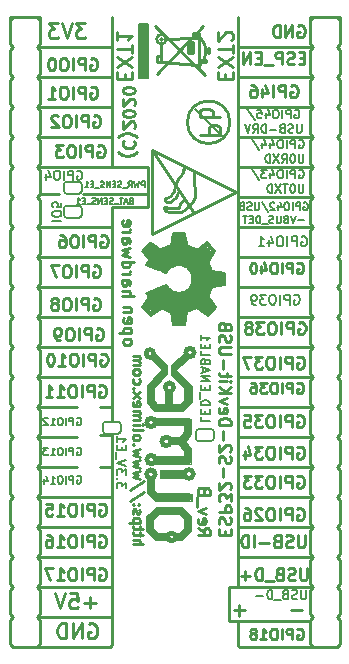
<source format=gbr>
G04 #@! TF.GenerationSoftware,KiCad,Pcbnew,5.1.6-c6e7f7d~87~ubuntu18.04.1*
G04 #@! TF.CreationDate,2020-11-11T15:50:36+02:00*
G04 #@! TF.ProjectId,ESP32-S2-DevKit-USB_Rev_B,45535033-322d-4533-922d-4465764b6974,B*
G04 #@! TF.SameCoordinates,Original*
G04 #@! TF.FileFunction,Legend,Bot*
G04 #@! TF.FilePolarity,Positive*
%FSLAX46Y46*%
G04 Gerber Fmt 4.6, Leading zero omitted, Abs format (unit mm)*
G04 Created by KiCad (PCBNEW 5.1.6-c6e7f7d~87~ubuntu18.04.1) date 2020-11-11 15:50:36*
%MOMM*%
%LPD*%
G01*
G04 APERTURE LIST*
%ADD10C,0.254000*%
%ADD11C,0.190500*%
%ADD12C,0.158750*%
%ADD13C,0.222250*%
%ADD14C,0.203200*%
%ADD15C,0.177800*%
%ADD16C,0.200000*%
%ADD17C,1.000000*%
%ADD18C,0.150000*%
%ADD19C,0.370000*%
%ADD20C,0.380000*%
%ADD21C,0.400000*%
%ADD22C,0.420000*%
%ADD23C,0.127000*%
%ADD24C,0.100000*%
%ADD25C,0.700000*%
%ADD26C,0.500000*%
%ADD27C,0.152400*%
G04 APERTURE END LIST*
D10*
X138176000Y-101473000D02*
X138176000Y-109220000D01*
X137160000Y-104140000D02*
X138176000Y-104140000D01*
X131826000Y-104140000D02*
X135255000Y-104140000D01*
X137160000Y-101473000D02*
X138176000Y-101473000D01*
X131826000Y-101600000D02*
X135255000Y-101600000D01*
X137160000Y-99060000D02*
X138176000Y-99060000D01*
X138726333Y-77518380D02*
X138774714Y-77566761D01*
X138919857Y-77663523D01*
X139016619Y-77711904D01*
X139161761Y-77760285D01*
X139403666Y-77808666D01*
X139597190Y-77808666D01*
X139839095Y-77760285D01*
X139984238Y-77711904D01*
X140081000Y-77663523D01*
X140226142Y-77566761D01*
X140274523Y-77518380D01*
X139210142Y-76550761D02*
X139161761Y-76599142D01*
X139113380Y-76744285D01*
X139113380Y-76841047D01*
X139161761Y-76986190D01*
X139258523Y-77082952D01*
X139355285Y-77131333D01*
X139548809Y-77179714D01*
X139693952Y-77179714D01*
X139887476Y-77131333D01*
X139984238Y-77082952D01*
X140081000Y-76986190D01*
X140129380Y-76841047D01*
X140129380Y-76744285D01*
X140081000Y-76599142D01*
X140032619Y-76550761D01*
X138726333Y-76212095D02*
X138774714Y-76163714D01*
X138919857Y-76066952D01*
X139016619Y-76018571D01*
X139161761Y-75970190D01*
X139403666Y-75921809D01*
X139597190Y-75921809D01*
X139839095Y-75970190D01*
X139984238Y-76018571D01*
X140081000Y-76066952D01*
X140226142Y-76163714D01*
X140274523Y-76212095D01*
X140032619Y-75486380D02*
X140081000Y-75438000D01*
X140129380Y-75341238D01*
X140129380Y-75099333D01*
X140081000Y-75002571D01*
X140032619Y-74954190D01*
X139935857Y-74905809D01*
X139839095Y-74905809D01*
X139693952Y-74954190D01*
X139113380Y-75534761D01*
X139113380Y-74905809D01*
X140129380Y-74276857D02*
X140129380Y-74180095D01*
X140081000Y-74083333D01*
X140032619Y-74034952D01*
X139935857Y-73986571D01*
X139742333Y-73938190D01*
X139500428Y-73938190D01*
X139306904Y-73986571D01*
X139210142Y-74034952D01*
X139161761Y-74083333D01*
X139113380Y-74180095D01*
X139113380Y-74276857D01*
X139161761Y-74373619D01*
X139210142Y-74422000D01*
X139306904Y-74470380D01*
X139500428Y-74518761D01*
X139742333Y-74518761D01*
X139935857Y-74470380D01*
X140032619Y-74422000D01*
X140081000Y-74373619D01*
X140129380Y-74276857D01*
X140032619Y-73551142D02*
X140081000Y-73502761D01*
X140129380Y-73406000D01*
X140129380Y-73164095D01*
X140081000Y-73067333D01*
X140032619Y-73018952D01*
X139935857Y-72970571D01*
X139839095Y-72970571D01*
X139693952Y-73018952D01*
X139113380Y-73599523D01*
X139113380Y-72970571D01*
X140129380Y-72341619D02*
X140129380Y-72244857D01*
X140081000Y-72148095D01*
X140032619Y-72099714D01*
X139935857Y-72051333D01*
X139742333Y-72002952D01*
X139500428Y-72002952D01*
X139306904Y-72051333D01*
X139210142Y-72099714D01*
X139161761Y-72148095D01*
X139113380Y-72244857D01*
X139113380Y-72341619D01*
X139161761Y-72438380D01*
X139210142Y-72486761D01*
X139306904Y-72535142D01*
X139500428Y-72583523D01*
X139742333Y-72583523D01*
X139935857Y-72535142D01*
X140032619Y-72486761D01*
X140081000Y-72438380D01*
X140129380Y-72341619D01*
X148844000Y-111760000D02*
X148844000Y-97536000D01*
X148971000Y-119380000D02*
X148844000Y-119253000D01*
X136373809Y-69596000D02*
X136470571Y-69547619D01*
X136615714Y-69547619D01*
X136760857Y-69596000D01*
X136857619Y-69692761D01*
X136906000Y-69789523D01*
X136954380Y-69983047D01*
X136954380Y-70128190D01*
X136906000Y-70321714D01*
X136857619Y-70418476D01*
X136760857Y-70515238D01*
X136615714Y-70563619D01*
X136518952Y-70563619D01*
X136373809Y-70515238D01*
X136325428Y-70466857D01*
X136325428Y-70128190D01*
X136518952Y-70128190D01*
X135890000Y-70563619D02*
X135890000Y-69547619D01*
X135502952Y-69547619D01*
X135406190Y-69596000D01*
X135357809Y-69644380D01*
X135309428Y-69741142D01*
X135309428Y-69886285D01*
X135357809Y-69983047D01*
X135406190Y-70031428D01*
X135502952Y-70079809D01*
X135890000Y-70079809D01*
X134874000Y-70563619D02*
X134874000Y-69547619D01*
X134196666Y-69547619D02*
X134003142Y-69547619D01*
X133906380Y-69596000D01*
X133809619Y-69692761D01*
X133761238Y-69886285D01*
X133761238Y-70224952D01*
X133809619Y-70418476D01*
X133906380Y-70515238D01*
X134003142Y-70563619D01*
X134196666Y-70563619D01*
X134293428Y-70515238D01*
X134390190Y-70418476D01*
X134438571Y-70224952D01*
X134438571Y-69886285D01*
X134390190Y-69692761D01*
X134293428Y-69596000D01*
X134196666Y-69547619D01*
X133132285Y-69547619D02*
X133035523Y-69547619D01*
X132938761Y-69596000D01*
X132890380Y-69644380D01*
X132842000Y-69741142D01*
X132793619Y-69934666D01*
X132793619Y-70176571D01*
X132842000Y-70370095D01*
X132890380Y-70466857D01*
X132938761Y-70515238D01*
X133035523Y-70563619D01*
X133132285Y-70563619D01*
X133229047Y-70515238D01*
X133277428Y-70466857D01*
X133325809Y-70370095D01*
X133374190Y-70176571D01*
X133374190Y-69934666D01*
X133325809Y-69741142D01*
X133277428Y-69644380D01*
X133229047Y-69596000D01*
X133132285Y-69547619D01*
X136373809Y-72009000D02*
X136470571Y-71960619D01*
X136615714Y-71960619D01*
X136760857Y-72009000D01*
X136857619Y-72105761D01*
X136906000Y-72202523D01*
X136954380Y-72396047D01*
X136954380Y-72541190D01*
X136906000Y-72734714D01*
X136857619Y-72831476D01*
X136760857Y-72928238D01*
X136615714Y-72976619D01*
X136518952Y-72976619D01*
X136373809Y-72928238D01*
X136325428Y-72879857D01*
X136325428Y-72541190D01*
X136518952Y-72541190D01*
X135890000Y-72976619D02*
X135890000Y-71960619D01*
X135502952Y-71960619D01*
X135406190Y-72009000D01*
X135357809Y-72057380D01*
X135309428Y-72154142D01*
X135309428Y-72299285D01*
X135357809Y-72396047D01*
X135406190Y-72444428D01*
X135502952Y-72492809D01*
X135890000Y-72492809D01*
X134874000Y-72976619D02*
X134874000Y-71960619D01*
X134196666Y-71960619D02*
X134003142Y-71960619D01*
X133906380Y-72009000D01*
X133809619Y-72105761D01*
X133761238Y-72299285D01*
X133761238Y-72637952D01*
X133809619Y-72831476D01*
X133906380Y-72928238D01*
X134003142Y-72976619D01*
X134196666Y-72976619D01*
X134293428Y-72928238D01*
X134390190Y-72831476D01*
X134438571Y-72637952D01*
X134438571Y-72299285D01*
X134390190Y-72105761D01*
X134293428Y-72009000D01*
X134196666Y-71960619D01*
X132793619Y-72976619D02*
X133374190Y-72976619D01*
X133083904Y-72976619D02*
X133083904Y-71960619D01*
X133180666Y-72105761D01*
X133277428Y-72202523D01*
X133374190Y-72250904D01*
X136627809Y-74422000D02*
X136724571Y-74373619D01*
X136869714Y-74373619D01*
X137014857Y-74422000D01*
X137111619Y-74518761D01*
X137160000Y-74615523D01*
X137208380Y-74809047D01*
X137208380Y-74954190D01*
X137160000Y-75147714D01*
X137111619Y-75244476D01*
X137014857Y-75341238D01*
X136869714Y-75389619D01*
X136772952Y-75389619D01*
X136627809Y-75341238D01*
X136579428Y-75292857D01*
X136579428Y-74954190D01*
X136772952Y-74954190D01*
X136144000Y-75389619D02*
X136144000Y-74373619D01*
X135756952Y-74373619D01*
X135660190Y-74422000D01*
X135611809Y-74470380D01*
X135563428Y-74567142D01*
X135563428Y-74712285D01*
X135611809Y-74809047D01*
X135660190Y-74857428D01*
X135756952Y-74905809D01*
X136144000Y-74905809D01*
X135128000Y-75389619D02*
X135128000Y-74373619D01*
X134450666Y-74373619D02*
X134257142Y-74373619D01*
X134160380Y-74422000D01*
X134063619Y-74518761D01*
X134015238Y-74712285D01*
X134015238Y-75050952D01*
X134063619Y-75244476D01*
X134160380Y-75341238D01*
X134257142Y-75389619D01*
X134450666Y-75389619D01*
X134547428Y-75341238D01*
X134644190Y-75244476D01*
X134692571Y-75050952D01*
X134692571Y-74712285D01*
X134644190Y-74518761D01*
X134547428Y-74422000D01*
X134450666Y-74373619D01*
X133628190Y-74470380D02*
X133579809Y-74422000D01*
X133483047Y-74373619D01*
X133241142Y-74373619D01*
X133144380Y-74422000D01*
X133096000Y-74470380D01*
X133047619Y-74567142D01*
X133047619Y-74663904D01*
X133096000Y-74809047D01*
X133676571Y-75389619D01*
X133047619Y-75389619D01*
X135938380Y-66614523D02*
X135152190Y-66614523D01*
X135575523Y-67098333D01*
X135394095Y-67098333D01*
X135273142Y-67158809D01*
X135212666Y-67219285D01*
X135152190Y-67340238D01*
X135152190Y-67642619D01*
X135212666Y-67763571D01*
X135273142Y-67824047D01*
X135394095Y-67884523D01*
X135756952Y-67884523D01*
X135877904Y-67824047D01*
X135938380Y-67763571D01*
X134789333Y-66614523D02*
X134366000Y-67884523D01*
X133942666Y-66614523D01*
X133640285Y-66614523D02*
X132854095Y-66614523D01*
X133277428Y-67098333D01*
X133096000Y-67098333D01*
X132975047Y-67158809D01*
X132914571Y-67219285D01*
X132854095Y-67340238D01*
X132854095Y-67642619D01*
X132914571Y-67763571D01*
X132975047Y-67824047D01*
X133096000Y-67884523D01*
X133458857Y-67884523D01*
X133579809Y-67824047D01*
X133640285Y-67763571D01*
X131826000Y-68580000D02*
X138176000Y-68580000D01*
X137008809Y-76962000D02*
X137105571Y-76913619D01*
X137250714Y-76913619D01*
X137395857Y-76962000D01*
X137492619Y-77058761D01*
X137541000Y-77155523D01*
X137589380Y-77349047D01*
X137589380Y-77494190D01*
X137541000Y-77687714D01*
X137492619Y-77784476D01*
X137395857Y-77881238D01*
X137250714Y-77929619D01*
X137153952Y-77929619D01*
X137008809Y-77881238D01*
X136960428Y-77832857D01*
X136960428Y-77494190D01*
X137153952Y-77494190D01*
X136525000Y-77929619D02*
X136525000Y-76913619D01*
X136137952Y-76913619D01*
X136041190Y-76962000D01*
X135992809Y-77010380D01*
X135944428Y-77107142D01*
X135944428Y-77252285D01*
X135992809Y-77349047D01*
X136041190Y-77397428D01*
X136137952Y-77445809D01*
X136525000Y-77445809D01*
X135509000Y-77929619D02*
X135509000Y-76913619D01*
X134831666Y-76913619D02*
X134638142Y-76913619D01*
X134541380Y-76962000D01*
X134444619Y-77058761D01*
X134396238Y-77252285D01*
X134396238Y-77590952D01*
X134444619Y-77784476D01*
X134541380Y-77881238D01*
X134638142Y-77929619D01*
X134831666Y-77929619D01*
X134928428Y-77881238D01*
X135025190Y-77784476D01*
X135073571Y-77590952D01*
X135073571Y-77252285D01*
X135025190Y-77058761D01*
X134928428Y-76962000D01*
X134831666Y-76913619D01*
X134057571Y-76913619D02*
X133428619Y-76913619D01*
X133767285Y-77300666D01*
X133622142Y-77300666D01*
X133525380Y-77349047D01*
X133477000Y-77397428D01*
X133428619Y-77494190D01*
X133428619Y-77736095D01*
X133477000Y-77832857D01*
X133525380Y-77881238D01*
X133622142Y-77929619D01*
X133912428Y-77929619D01*
X134009190Y-77881238D01*
X134057571Y-77832857D01*
X135763000Y-81026000D02*
X141224000Y-81026000D01*
D11*
X135236857Y-79121000D02*
X135309428Y-79084714D01*
X135418285Y-79084714D01*
X135527142Y-79121000D01*
X135599714Y-79193571D01*
X135636000Y-79266142D01*
X135672285Y-79411285D01*
X135672285Y-79520142D01*
X135636000Y-79665285D01*
X135599714Y-79737857D01*
X135527142Y-79810428D01*
X135418285Y-79846714D01*
X135345714Y-79846714D01*
X135236857Y-79810428D01*
X135200571Y-79774142D01*
X135200571Y-79520142D01*
X135345714Y-79520142D01*
X134874000Y-79846714D02*
X134874000Y-79084714D01*
X134583714Y-79084714D01*
X134511142Y-79121000D01*
X134474857Y-79157285D01*
X134438571Y-79229857D01*
X134438571Y-79338714D01*
X134474857Y-79411285D01*
X134511142Y-79447571D01*
X134583714Y-79483857D01*
X134874000Y-79483857D01*
X134112000Y-79846714D02*
X134112000Y-79084714D01*
X133604000Y-79084714D02*
X133458857Y-79084714D01*
X133386285Y-79121000D01*
X133313714Y-79193571D01*
X133277428Y-79338714D01*
X133277428Y-79592714D01*
X133313714Y-79737857D01*
X133386285Y-79810428D01*
X133458857Y-79846714D01*
X133604000Y-79846714D01*
X133676571Y-79810428D01*
X133749142Y-79737857D01*
X133785428Y-79592714D01*
X133785428Y-79338714D01*
X133749142Y-79193571D01*
X133676571Y-79121000D01*
X133604000Y-79084714D01*
X132624285Y-79338714D02*
X132624285Y-79846714D01*
X132805714Y-79048428D02*
X132987142Y-79592714D01*
X132515428Y-79592714D01*
D10*
X138176000Y-82169000D02*
X141224000Y-82169000D01*
D11*
X133132285Y-83312000D02*
X133894285Y-83312000D01*
X133894285Y-82804000D02*
X133894285Y-82658857D01*
X133858000Y-82586285D01*
X133785428Y-82513714D01*
X133640285Y-82477428D01*
X133386285Y-82477428D01*
X133241142Y-82513714D01*
X133168571Y-82586285D01*
X133132285Y-82658857D01*
X133132285Y-82804000D01*
X133168571Y-82876571D01*
X133241142Y-82949142D01*
X133386285Y-82985428D01*
X133640285Y-82985428D01*
X133785428Y-82949142D01*
X133858000Y-82876571D01*
X133894285Y-82804000D01*
X133894285Y-81788000D02*
X133894285Y-82150857D01*
X133531428Y-82187142D01*
X133567714Y-82150857D01*
X133604000Y-82078285D01*
X133604000Y-81896857D01*
X133567714Y-81824285D01*
X133531428Y-81788000D01*
X133458857Y-81751714D01*
X133277428Y-81751714D01*
X133204857Y-81788000D01*
X133168571Y-81824285D01*
X133132285Y-81896857D01*
X133132285Y-82078285D01*
X133168571Y-82150857D01*
X133204857Y-82187142D01*
D10*
X137262809Y-84582000D02*
X137359571Y-84533619D01*
X137504714Y-84533619D01*
X137649857Y-84582000D01*
X137746619Y-84678761D01*
X137795000Y-84775523D01*
X137843380Y-84969047D01*
X137843380Y-85114190D01*
X137795000Y-85307714D01*
X137746619Y-85404476D01*
X137649857Y-85501238D01*
X137504714Y-85549619D01*
X137407952Y-85549619D01*
X137262809Y-85501238D01*
X137214428Y-85452857D01*
X137214428Y-85114190D01*
X137407952Y-85114190D01*
X136779000Y-85549619D02*
X136779000Y-84533619D01*
X136391952Y-84533619D01*
X136295190Y-84582000D01*
X136246809Y-84630380D01*
X136198428Y-84727142D01*
X136198428Y-84872285D01*
X136246809Y-84969047D01*
X136295190Y-85017428D01*
X136391952Y-85065809D01*
X136779000Y-85065809D01*
X135763000Y-85549619D02*
X135763000Y-84533619D01*
X135085666Y-84533619D02*
X134892142Y-84533619D01*
X134795380Y-84582000D01*
X134698619Y-84678761D01*
X134650238Y-84872285D01*
X134650238Y-85210952D01*
X134698619Y-85404476D01*
X134795380Y-85501238D01*
X134892142Y-85549619D01*
X135085666Y-85549619D01*
X135182428Y-85501238D01*
X135279190Y-85404476D01*
X135327571Y-85210952D01*
X135327571Y-84872285D01*
X135279190Y-84678761D01*
X135182428Y-84582000D01*
X135085666Y-84533619D01*
X133779380Y-84533619D02*
X133972904Y-84533619D01*
X134069666Y-84582000D01*
X134118047Y-84630380D01*
X134214809Y-84775523D01*
X134263190Y-84969047D01*
X134263190Y-85356095D01*
X134214809Y-85452857D01*
X134166428Y-85501238D01*
X134069666Y-85549619D01*
X133876142Y-85549619D01*
X133779380Y-85501238D01*
X133731000Y-85452857D01*
X133682619Y-85356095D01*
X133682619Y-85114190D01*
X133731000Y-85017428D01*
X133779380Y-84969047D01*
X133876142Y-84920666D01*
X134069666Y-84920666D01*
X134166428Y-84969047D01*
X134214809Y-85017428D01*
X134263190Y-85114190D01*
X136627809Y-87122000D02*
X136724571Y-87073619D01*
X136869714Y-87073619D01*
X137014857Y-87122000D01*
X137111619Y-87218761D01*
X137160000Y-87315523D01*
X137208380Y-87509047D01*
X137208380Y-87654190D01*
X137160000Y-87847714D01*
X137111619Y-87944476D01*
X137014857Y-88041238D01*
X136869714Y-88089619D01*
X136772952Y-88089619D01*
X136627809Y-88041238D01*
X136579428Y-87992857D01*
X136579428Y-87654190D01*
X136772952Y-87654190D01*
X136144000Y-88089619D02*
X136144000Y-87073619D01*
X135756952Y-87073619D01*
X135660190Y-87122000D01*
X135611809Y-87170380D01*
X135563428Y-87267142D01*
X135563428Y-87412285D01*
X135611809Y-87509047D01*
X135660190Y-87557428D01*
X135756952Y-87605809D01*
X136144000Y-87605809D01*
X135128000Y-88089619D02*
X135128000Y-87073619D01*
X134450666Y-87073619D02*
X134257142Y-87073619D01*
X134160380Y-87122000D01*
X134063619Y-87218761D01*
X134015238Y-87412285D01*
X134015238Y-87750952D01*
X134063619Y-87944476D01*
X134160380Y-88041238D01*
X134257142Y-88089619D01*
X134450666Y-88089619D01*
X134547428Y-88041238D01*
X134644190Y-87944476D01*
X134692571Y-87750952D01*
X134692571Y-87412285D01*
X134644190Y-87218761D01*
X134547428Y-87122000D01*
X134450666Y-87073619D01*
X133676571Y-87073619D02*
X132999238Y-87073619D01*
X133434666Y-88089619D01*
X136627809Y-89916000D02*
X136724571Y-89867619D01*
X136869714Y-89867619D01*
X137014857Y-89916000D01*
X137111619Y-90012761D01*
X137160000Y-90109523D01*
X137208380Y-90303047D01*
X137208380Y-90448190D01*
X137160000Y-90641714D01*
X137111619Y-90738476D01*
X137014857Y-90835238D01*
X136869714Y-90883619D01*
X136772952Y-90883619D01*
X136627809Y-90835238D01*
X136579428Y-90786857D01*
X136579428Y-90448190D01*
X136772952Y-90448190D01*
X136144000Y-90883619D02*
X136144000Y-89867619D01*
X135756952Y-89867619D01*
X135660190Y-89916000D01*
X135611809Y-89964380D01*
X135563428Y-90061142D01*
X135563428Y-90206285D01*
X135611809Y-90303047D01*
X135660190Y-90351428D01*
X135756952Y-90399809D01*
X136144000Y-90399809D01*
X135128000Y-90883619D02*
X135128000Y-89867619D01*
X134450666Y-89867619D02*
X134257142Y-89867619D01*
X134160380Y-89916000D01*
X134063619Y-90012761D01*
X134015238Y-90206285D01*
X134015238Y-90544952D01*
X134063619Y-90738476D01*
X134160380Y-90835238D01*
X134257142Y-90883619D01*
X134450666Y-90883619D01*
X134547428Y-90835238D01*
X134644190Y-90738476D01*
X134692571Y-90544952D01*
X134692571Y-90206285D01*
X134644190Y-90012761D01*
X134547428Y-89916000D01*
X134450666Y-89867619D01*
X133434666Y-90303047D02*
X133531428Y-90254666D01*
X133579809Y-90206285D01*
X133628190Y-90109523D01*
X133628190Y-90061142D01*
X133579809Y-89964380D01*
X133531428Y-89916000D01*
X133434666Y-89867619D01*
X133241142Y-89867619D01*
X133144380Y-89916000D01*
X133096000Y-89964380D01*
X133047619Y-90061142D01*
X133047619Y-90109523D01*
X133096000Y-90206285D01*
X133144380Y-90254666D01*
X133241142Y-90303047D01*
X133434666Y-90303047D01*
X133531428Y-90351428D01*
X133579809Y-90399809D01*
X133628190Y-90496571D01*
X133628190Y-90690095D01*
X133579809Y-90786857D01*
X133531428Y-90835238D01*
X133434666Y-90883619D01*
X133241142Y-90883619D01*
X133144380Y-90835238D01*
X133096000Y-90786857D01*
X133047619Y-90690095D01*
X133047619Y-90496571D01*
X133096000Y-90399809D01*
X133144380Y-90351428D01*
X133241142Y-90303047D01*
X137238619Y-94615000D02*
X137335380Y-94566619D01*
X137480523Y-94566619D01*
X137625666Y-94615000D01*
X137722428Y-94711761D01*
X137770809Y-94808523D01*
X137819190Y-95002047D01*
X137819190Y-95147190D01*
X137770809Y-95340714D01*
X137722428Y-95437476D01*
X137625666Y-95534238D01*
X137480523Y-95582619D01*
X137383761Y-95582619D01*
X137238619Y-95534238D01*
X137190238Y-95485857D01*
X137190238Y-95147190D01*
X137383761Y-95147190D01*
X136754809Y-95582619D02*
X136754809Y-94566619D01*
X136367761Y-94566619D01*
X136271000Y-94615000D01*
X136222619Y-94663380D01*
X136174238Y-94760142D01*
X136174238Y-94905285D01*
X136222619Y-95002047D01*
X136271000Y-95050428D01*
X136367761Y-95098809D01*
X136754809Y-95098809D01*
X135738809Y-95582619D02*
X135738809Y-94566619D01*
X135061476Y-94566619D02*
X134867952Y-94566619D01*
X134771190Y-94615000D01*
X134674428Y-94711761D01*
X134626047Y-94905285D01*
X134626047Y-95243952D01*
X134674428Y-95437476D01*
X134771190Y-95534238D01*
X134867952Y-95582619D01*
X135061476Y-95582619D01*
X135158238Y-95534238D01*
X135255000Y-95437476D01*
X135303380Y-95243952D01*
X135303380Y-94905285D01*
X135255000Y-94711761D01*
X135158238Y-94615000D01*
X135061476Y-94566619D01*
X133658428Y-95582619D02*
X134239000Y-95582619D01*
X133948714Y-95582619D02*
X133948714Y-94566619D01*
X134045476Y-94711761D01*
X134142238Y-94808523D01*
X134239000Y-94856904D01*
X133029476Y-94566619D02*
X132932714Y-94566619D01*
X132835952Y-94615000D01*
X132787571Y-94663380D01*
X132739190Y-94760142D01*
X132690809Y-94953666D01*
X132690809Y-95195571D01*
X132739190Y-95389095D01*
X132787571Y-95485857D01*
X132835952Y-95534238D01*
X132932714Y-95582619D01*
X133029476Y-95582619D01*
X133126238Y-95534238D01*
X133174619Y-95485857D01*
X133223000Y-95389095D01*
X133271380Y-95195571D01*
X133271380Y-94953666D01*
X133223000Y-94760142D01*
X133174619Y-94663380D01*
X133126238Y-94615000D01*
X133029476Y-94566619D01*
X137111619Y-97282000D02*
X137208380Y-97233619D01*
X137353523Y-97233619D01*
X137498666Y-97282000D01*
X137595428Y-97378761D01*
X137643809Y-97475523D01*
X137692190Y-97669047D01*
X137692190Y-97814190D01*
X137643809Y-98007714D01*
X137595428Y-98104476D01*
X137498666Y-98201238D01*
X137353523Y-98249619D01*
X137256761Y-98249619D01*
X137111619Y-98201238D01*
X137063238Y-98152857D01*
X137063238Y-97814190D01*
X137256761Y-97814190D01*
X136627809Y-98249619D02*
X136627809Y-97233619D01*
X136240761Y-97233619D01*
X136144000Y-97282000D01*
X136095619Y-97330380D01*
X136047238Y-97427142D01*
X136047238Y-97572285D01*
X136095619Y-97669047D01*
X136144000Y-97717428D01*
X136240761Y-97765809D01*
X136627809Y-97765809D01*
X135611809Y-98249619D02*
X135611809Y-97233619D01*
X134934476Y-97233619D02*
X134740952Y-97233619D01*
X134644190Y-97282000D01*
X134547428Y-97378761D01*
X134499047Y-97572285D01*
X134499047Y-97910952D01*
X134547428Y-98104476D01*
X134644190Y-98201238D01*
X134740952Y-98249619D01*
X134934476Y-98249619D01*
X135031238Y-98201238D01*
X135128000Y-98104476D01*
X135176380Y-97910952D01*
X135176380Y-97572285D01*
X135128000Y-97378761D01*
X135031238Y-97282000D01*
X134934476Y-97233619D01*
X133531428Y-98249619D02*
X134112000Y-98249619D01*
X133821714Y-98249619D02*
X133821714Y-97233619D01*
X133918476Y-97378761D01*
X134015238Y-97475523D01*
X134112000Y-97523904D01*
X132563809Y-98249619D02*
X133144380Y-98249619D01*
X132854095Y-98249619D02*
X132854095Y-97233619D01*
X132950857Y-97378761D01*
X133047619Y-97475523D01*
X133144380Y-97523904D01*
D12*
X135224761Y-100012500D02*
X135285238Y-99982261D01*
X135375952Y-99982261D01*
X135466666Y-100012500D01*
X135527142Y-100072976D01*
X135557380Y-100133452D01*
X135587619Y-100254404D01*
X135587619Y-100345119D01*
X135557380Y-100466071D01*
X135527142Y-100526547D01*
X135466666Y-100587023D01*
X135375952Y-100617261D01*
X135315476Y-100617261D01*
X135224761Y-100587023D01*
X135194523Y-100556785D01*
X135194523Y-100345119D01*
X135315476Y-100345119D01*
X134922380Y-100617261D02*
X134922380Y-99982261D01*
X134680476Y-99982261D01*
X134620000Y-100012500D01*
X134589761Y-100042738D01*
X134559523Y-100103214D01*
X134559523Y-100193928D01*
X134589761Y-100254404D01*
X134620000Y-100284642D01*
X134680476Y-100314880D01*
X134922380Y-100314880D01*
X134287380Y-100617261D02*
X134287380Y-99982261D01*
X133864047Y-99982261D02*
X133743095Y-99982261D01*
X133682619Y-100012500D01*
X133622142Y-100072976D01*
X133591904Y-100193928D01*
X133591904Y-100405595D01*
X133622142Y-100526547D01*
X133682619Y-100587023D01*
X133743095Y-100617261D01*
X133864047Y-100617261D01*
X133924523Y-100587023D01*
X133985000Y-100526547D01*
X134015238Y-100405595D01*
X134015238Y-100193928D01*
X133985000Y-100072976D01*
X133924523Y-100012500D01*
X133864047Y-99982261D01*
X132987142Y-100617261D02*
X133350000Y-100617261D01*
X133168571Y-100617261D02*
X133168571Y-99982261D01*
X133229047Y-100072976D01*
X133289523Y-100133452D01*
X133350000Y-100163690D01*
X132745238Y-100042738D02*
X132715000Y-100012500D01*
X132654523Y-99982261D01*
X132503333Y-99982261D01*
X132442857Y-100012500D01*
X132412619Y-100042738D01*
X132382380Y-100103214D01*
X132382380Y-100163690D01*
X132412619Y-100254404D01*
X132775476Y-100617261D01*
X132382380Y-100617261D01*
X135224761Y-102552500D02*
X135285238Y-102522261D01*
X135375952Y-102522261D01*
X135466666Y-102552500D01*
X135527142Y-102612976D01*
X135557380Y-102673452D01*
X135587619Y-102794404D01*
X135587619Y-102885119D01*
X135557380Y-103006071D01*
X135527142Y-103066547D01*
X135466666Y-103127023D01*
X135375952Y-103157261D01*
X135315476Y-103157261D01*
X135224761Y-103127023D01*
X135194523Y-103096785D01*
X135194523Y-102885119D01*
X135315476Y-102885119D01*
X134922380Y-103157261D02*
X134922380Y-102522261D01*
X134680476Y-102522261D01*
X134620000Y-102552500D01*
X134589761Y-102582738D01*
X134559523Y-102643214D01*
X134559523Y-102733928D01*
X134589761Y-102794404D01*
X134620000Y-102824642D01*
X134680476Y-102854880D01*
X134922380Y-102854880D01*
X134287380Y-103157261D02*
X134287380Y-102522261D01*
X133864047Y-102522261D02*
X133743095Y-102522261D01*
X133682619Y-102552500D01*
X133622142Y-102612976D01*
X133591904Y-102733928D01*
X133591904Y-102945595D01*
X133622142Y-103066547D01*
X133682619Y-103127023D01*
X133743095Y-103157261D01*
X133864047Y-103157261D01*
X133924523Y-103127023D01*
X133985000Y-103066547D01*
X134015238Y-102945595D01*
X134015238Y-102733928D01*
X133985000Y-102612976D01*
X133924523Y-102552500D01*
X133864047Y-102522261D01*
X132987142Y-103157261D02*
X133350000Y-103157261D01*
X133168571Y-103157261D02*
X133168571Y-102522261D01*
X133229047Y-102612976D01*
X133289523Y-102673452D01*
X133350000Y-102703690D01*
X132775476Y-102522261D02*
X132382380Y-102522261D01*
X132594047Y-102764166D01*
X132503333Y-102764166D01*
X132442857Y-102794404D01*
X132412619Y-102824642D01*
X132382380Y-102885119D01*
X132382380Y-103036309D01*
X132412619Y-103096785D01*
X132442857Y-103127023D01*
X132503333Y-103157261D01*
X132684761Y-103157261D01*
X132745238Y-103127023D01*
X132775476Y-103096785D01*
X135224761Y-104965500D02*
X135285238Y-104935261D01*
X135375952Y-104935261D01*
X135466666Y-104965500D01*
X135527142Y-105025976D01*
X135557380Y-105086452D01*
X135587619Y-105207404D01*
X135587619Y-105298119D01*
X135557380Y-105419071D01*
X135527142Y-105479547D01*
X135466666Y-105540023D01*
X135375952Y-105570261D01*
X135315476Y-105570261D01*
X135224761Y-105540023D01*
X135194523Y-105509785D01*
X135194523Y-105298119D01*
X135315476Y-105298119D01*
X134922380Y-105570261D02*
X134922380Y-104935261D01*
X134680476Y-104935261D01*
X134620000Y-104965500D01*
X134589761Y-104995738D01*
X134559523Y-105056214D01*
X134559523Y-105146928D01*
X134589761Y-105207404D01*
X134620000Y-105237642D01*
X134680476Y-105267880D01*
X134922380Y-105267880D01*
X134287380Y-105570261D02*
X134287380Y-104935261D01*
X133864047Y-104935261D02*
X133743095Y-104935261D01*
X133682619Y-104965500D01*
X133622142Y-105025976D01*
X133591904Y-105146928D01*
X133591904Y-105358595D01*
X133622142Y-105479547D01*
X133682619Y-105540023D01*
X133743095Y-105570261D01*
X133864047Y-105570261D01*
X133924523Y-105540023D01*
X133985000Y-105479547D01*
X134015238Y-105358595D01*
X134015238Y-105146928D01*
X133985000Y-105025976D01*
X133924523Y-104965500D01*
X133864047Y-104935261D01*
X132987142Y-105570261D02*
X133350000Y-105570261D01*
X133168571Y-105570261D02*
X133168571Y-104935261D01*
X133229047Y-105025976D01*
X133289523Y-105086452D01*
X133350000Y-105116690D01*
X132442857Y-105146928D02*
X132442857Y-105570261D01*
X132594047Y-104905023D02*
X132745238Y-105358595D01*
X132352142Y-105358595D01*
D10*
X137111619Y-112776000D02*
X137208380Y-112727619D01*
X137353523Y-112727619D01*
X137498666Y-112776000D01*
X137595428Y-112872761D01*
X137643809Y-112969523D01*
X137692190Y-113163047D01*
X137692190Y-113308190D01*
X137643809Y-113501714D01*
X137595428Y-113598476D01*
X137498666Y-113695238D01*
X137353523Y-113743619D01*
X137256761Y-113743619D01*
X137111619Y-113695238D01*
X137063238Y-113646857D01*
X137063238Y-113308190D01*
X137256761Y-113308190D01*
X136627809Y-113743619D02*
X136627809Y-112727619D01*
X136240761Y-112727619D01*
X136144000Y-112776000D01*
X136095619Y-112824380D01*
X136047238Y-112921142D01*
X136047238Y-113066285D01*
X136095619Y-113163047D01*
X136144000Y-113211428D01*
X136240761Y-113259809D01*
X136627809Y-113259809D01*
X135611809Y-113743619D02*
X135611809Y-112727619D01*
X134934476Y-112727619D02*
X134740952Y-112727619D01*
X134644190Y-112776000D01*
X134547428Y-112872761D01*
X134499047Y-113066285D01*
X134499047Y-113404952D01*
X134547428Y-113598476D01*
X134644190Y-113695238D01*
X134740952Y-113743619D01*
X134934476Y-113743619D01*
X135031238Y-113695238D01*
X135128000Y-113598476D01*
X135176380Y-113404952D01*
X135176380Y-113066285D01*
X135128000Y-112872761D01*
X135031238Y-112776000D01*
X134934476Y-112727619D01*
X133531428Y-113743619D02*
X134112000Y-113743619D01*
X133821714Y-113743619D02*
X133821714Y-112727619D01*
X133918476Y-112872761D01*
X134015238Y-112969523D01*
X134112000Y-113017904D01*
X133192761Y-112727619D02*
X132515428Y-112727619D01*
X132950857Y-113743619D01*
X137111619Y-109982000D02*
X137208380Y-109933619D01*
X137353523Y-109933619D01*
X137498666Y-109982000D01*
X137595428Y-110078761D01*
X137643809Y-110175523D01*
X137692190Y-110369047D01*
X137692190Y-110514190D01*
X137643809Y-110707714D01*
X137595428Y-110804476D01*
X137498666Y-110901238D01*
X137353523Y-110949619D01*
X137256761Y-110949619D01*
X137111619Y-110901238D01*
X137063238Y-110852857D01*
X137063238Y-110514190D01*
X137256761Y-110514190D01*
X136627809Y-110949619D02*
X136627809Y-109933619D01*
X136240761Y-109933619D01*
X136144000Y-109982000D01*
X136095619Y-110030380D01*
X136047238Y-110127142D01*
X136047238Y-110272285D01*
X136095619Y-110369047D01*
X136144000Y-110417428D01*
X136240761Y-110465809D01*
X136627809Y-110465809D01*
X135611809Y-110949619D02*
X135611809Y-109933619D01*
X134934476Y-109933619D02*
X134740952Y-109933619D01*
X134644190Y-109982000D01*
X134547428Y-110078761D01*
X134499047Y-110272285D01*
X134499047Y-110610952D01*
X134547428Y-110804476D01*
X134644190Y-110901238D01*
X134740952Y-110949619D01*
X134934476Y-110949619D01*
X135031238Y-110901238D01*
X135128000Y-110804476D01*
X135176380Y-110610952D01*
X135176380Y-110272285D01*
X135128000Y-110078761D01*
X135031238Y-109982000D01*
X134934476Y-109933619D01*
X133531428Y-110949619D02*
X134112000Y-110949619D01*
X133821714Y-110949619D02*
X133821714Y-109933619D01*
X133918476Y-110078761D01*
X134015238Y-110175523D01*
X134112000Y-110223904D01*
X132660571Y-109933619D02*
X132854095Y-109933619D01*
X132950857Y-109982000D01*
X132999238Y-110030380D01*
X133096000Y-110175523D01*
X133144380Y-110369047D01*
X133144380Y-110756095D01*
X133096000Y-110852857D01*
X133047619Y-110901238D01*
X132950857Y-110949619D01*
X132757333Y-110949619D01*
X132660571Y-110901238D01*
X132612190Y-110852857D01*
X132563809Y-110756095D01*
X132563809Y-110514190D01*
X132612190Y-110417428D01*
X132660571Y-110369047D01*
X132757333Y-110320666D01*
X132950857Y-110320666D01*
X133047619Y-110369047D01*
X133096000Y-110417428D01*
X133144380Y-110514190D01*
X136824357Y-115660714D02*
X135856738Y-115660714D01*
X136340547Y-116144523D02*
X136340547Y-115176904D01*
X134647214Y-114874523D02*
X135251976Y-114874523D01*
X135312452Y-115479285D01*
X135251976Y-115418809D01*
X135131023Y-115358333D01*
X134828642Y-115358333D01*
X134707690Y-115418809D01*
X134647214Y-115479285D01*
X134586738Y-115600238D01*
X134586738Y-115902619D01*
X134647214Y-116023571D01*
X134707690Y-116084047D01*
X134828642Y-116144523D01*
X135131023Y-116144523D01*
X135251976Y-116084047D01*
X135312452Y-116023571D01*
X134223880Y-114874523D02*
X133800547Y-116144523D01*
X133377214Y-114874523D01*
X148082000Y-114300001D02*
X148082000Y-117221000D01*
X148844000Y-114300000D02*
X148082000Y-114300000D01*
X148844000Y-117221000D02*
X148082000Y-117221000D01*
X148844000Y-119253000D02*
X148844000Y-117221000D01*
D13*
X153881666Y-117919500D02*
X153966333Y-117877166D01*
X154093333Y-117877166D01*
X154220333Y-117919500D01*
X154305000Y-118004166D01*
X154347333Y-118088833D01*
X154389666Y-118258166D01*
X154389666Y-118385166D01*
X154347333Y-118554500D01*
X154305000Y-118639166D01*
X154220333Y-118723833D01*
X154093333Y-118766166D01*
X154008666Y-118766166D01*
X153881666Y-118723833D01*
X153839333Y-118681500D01*
X153839333Y-118385166D01*
X154008666Y-118385166D01*
X153458333Y-118766166D02*
X153458333Y-117877166D01*
X153119666Y-117877166D01*
X153035000Y-117919500D01*
X152992666Y-117961833D01*
X152950333Y-118046500D01*
X152950333Y-118173500D01*
X152992666Y-118258166D01*
X153035000Y-118300500D01*
X153119666Y-118342833D01*
X153458333Y-118342833D01*
X152569333Y-118766166D02*
X152569333Y-117877166D01*
X151976666Y-117877166D02*
X151807333Y-117877166D01*
X151722666Y-117919500D01*
X151638000Y-118004166D01*
X151595666Y-118173500D01*
X151595666Y-118469833D01*
X151638000Y-118639166D01*
X151722666Y-118723833D01*
X151807333Y-118766166D01*
X151976666Y-118766166D01*
X152061333Y-118723833D01*
X152146000Y-118639166D01*
X152188333Y-118469833D01*
X152188333Y-118173500D01*
X152146000Y-118004166D01*
X152061333Y-117919500D01*
X151976666Y-117877166D01*
X150749000Y-118766166D02*
X151257000Y-118766166D01*
X151003000Y-118766166D02*
X151003000Y-117877166D01*
X151087666Y-118004166D01*
X151172333Y-118088833D01*
X151257000Y-118131166D01*
X150241000Y-118258166D02*
X150325666Y-118215833D01*
X150368000Y-118173500D01*
X150410333Y-118088833D01*
X150410333Y-118046500D01*
X150368000Y-117961833D01*
X150325666Y-117919500D01*
X150241000Y-117877166D01*
X150071666Y-117877166D01*
X149987000Y-117919500D01*
X149944666Y-117961833D01*
X149902333Y-118046500D01*
X149902333Y-118088833D01*
X149944666Y-118173500D01*
X149987000Y-118215833D01*
X150071666Y-118258166D01*
X150241000Y-118258166D01*
X150325666Y-118300500D01*
X150368000Y-118342833D01*
X150410333Y-118427500D01*
X150410333Y-118596833D01*
X150368000Y-118681500D01*
X150325666Y-118723833D01*
X150241000Y-118766166D01*
X150071666Y-118766166D01*
X149987000Y-118723833D01*
X149944666Y-118681500D01*
X149902333Y-118596833D01*
X149902333Y-118427500D01*
X149944666Y-118342833D01*
X149987000Y-118300500D01*
X150071666Y-118258166D01*
D11*
X154631571Y-114581214D02*
X154631571Y-115198071D01*
X154595285Y-115270642D01*
X154559000Y-115306928D01*
X154486428Y-115343214D01*
X154341285Y-115343214D01*
X154268714Y-115306928D01*
X154232428Y-115270642D01*
X154196142Y-115198071D01*
X154196142Y-114581214D01*
X153869571Y-115306928D02*
X153760714Y-115343214D01*
X153579285Y-115343214D01*
X153506714Y-115306928D01*
X153470428Y-115270642D01*
X153434142Y-115198071D01*
X153434142Y-115125500D01*
X153470428Y-115052928D01*
X153506714Y-115016642D01*
X153579285Y-114980357D01*
X153724428Y-114944071D01*
X153797000Y-114907785D01*
X153833285Y-114871500D01*
X153869571Y-114798928D01*
X153869571Y-114726357D01*
X153833285Y-114653785D01*
X153797000Y-114617500D01*
X153724428Y-114581214D01*
X153543000Y-114581214D01*
X153434142Y-114617500D01*
X152853571Y-114944071D02*
X152744714Y-114980357D01*
X152708428Y-115016642D01*
X152672142Y-115089214D01*
X152672142Y-115198071D01*
X152708428Y-115270642D01*
X152744714Y-115306928D01*
X152817285Y-115343214D01*
X153107571Y-115343214D01*
X153107571Y-114581214D01*
X152853571Y-114581214D01*
X152781000Y-114617500D01*
X152744714Y-114653785D01*
X152708428Y-114726357D01*
X152708428Y-114798928D01*
X152744714Y-114871500D01*
X152781000Y-114907785D01*
X152853571Y-114944071D01*
X153107571Y-114944071D01*
X152527000Y-115415785D02*
X151946428Y-115415785D01*
X151765000Y-115343214D02*
X151765000Y-114581214D01*
X151583571Y-114581214D01*
X151474714Y-114617500D01*
X151402142Y-114690071D01*
X151365857Y-114762642D01*
X151329571Y-114907785D01*
X151329571Y-115016642D01*
X151365857Y-115161785D01*
X151402142Y-115234357D01*
X151474714Y-115306928D01*
X151583571Y-115343214D01*
X151765000Y-115343214D01*
X151003000Y-115052928D02*
X150422428Y-115052928D01*
D10*
X154698095Y-112727619D02*
X154698095Y-113550095D01*
X154649714Y-113646857D01*
X154601333Y-113695238D01*
X154504571Y-113743619D01*
X154311047Y-113743619D01*
X154214285Y-113695238D01*
X154165904Y-113646857D01*
X154117523Y-113550095D01*
X154117523Y-112727619D01*
X153682095Y-113695238D02*
X153536952Y-113743619D01*
X153295047Y-113743619D01*
X153198285Y-113695238D01*
X153149904Y-113646857D01*
X153101523Y-113550095D01*
X153101523Y-113453333D01*
X153149904Y-113356571D01*
X153198285Y-113308190D01*
X153295047Y-113259809D01*
X153488571Y-113211428D01*
X153585333Y-113163047D01*
X153633714Y-113114666D01*
X153682095Y-113017904D01*
X153682095Y-112921142D01*
X153633714Y-112824380D01*
X153585333Y-112776000D01*
X153488571Y-112727619D01*
X153246666Y-112727619D01*
X153101523Y-112776000D01*
X152327428Y-113211428D02*
X152182285Y-113259809D01*
X152133904Y-113308190D01*
X152085523Y-113404952D01*
X152085523Y-113550095D01*
X152133904Y-113646857D01*
X152182285Y-113695238D01*
X152279047Y-113743619D01*
X152666095Y-113743619D01*
X152666095Y-112727619D01*
X152327428Y-112727619D01*
X152230666Y-112776000D01*
X152182285Y-112824380D01*
X152133904Y-112921142D01*
X152133904Y-113017904D01*
X152182285Y-113114666D01*
X152230666Y-113163047D01*
X152327428Y-113211428D01*
X152666095Y-113211428D01*
X151892000Y-113840380D02*
X151117904Y-113840380D01*
X150876000Y-113743619D02*
X150876000Y-112727619D01*
X150634095Y-112727619D01*
X150488952Y-112776000D01*
X150392190Y-112872761D01*
X150343809Y-112969523D01*
X150295428Y-113163047D01*
X150295428Y-113308190D01*
X150343809Y-113501714D01*
X150392190Y-113598476D01*
X150488952Y-113695238D01*
X150634095Y-113743619D01*
X150876000Y-113743619D01*
X149860000Y-113356571D02*
X149085904Y-113356571D01*
X149472952Y-113743619D02*
X149472952Y-112969523D01*
X153343428Y-71882000D02*
X153440190Y-71833619D01*
X153585333Y-71833619D01*
X153730476Y-71882000D01*
X153827238Y-71978761D01*
X153875619Y-72075523D01*
X153924000Y-72269047D01*
X153924000Y-72414190D01*
X153875619Y-72607714D01*
X153827238Y-72704476D01*
X153730476Y-72801238D01*
X153585333Y-72849619D01*
X153488571Y-72849619D01*
X153343428Y-72801238D01*
X153295047Y-72752857D01*
X153295047Y-72414190D01*
X153488571Y-72414190D01*
X152859619Y-72849619D02*
X152859619Y-71833619D01*
X152472571Y-71833619D01*
X152375809Y-71882000D01*
X152327428Y-71930380D01*
X152279047Y-72027142D01*
X152279047Y-72172285D01*
X152327428Y-72269047D01*
X152375809Y-72317428D01*
X152472571Y-72365809D01*
X152859619Y-72365809D01*
X151843619Y-72849619D02*
X151843619Y-71833619D01*
X150924380Y-72172285D02*
X150924380Y-72849619D01*
X151166285Y-71785238D02*
X151408190Y-72510952D01*
X150779238Y-72510952D01*
X149956761Y-71833619D02*
X150150285Y-71833619D01*
X150247047Y-71882000D01*
X150295428Y-71930380D01*
X150392190Y-72075523D01*
X150440571Y-72269047D01*
X150440571Y-72656095D01*
X150392190Y-72752857D01*
X150343809Y-72801238D01*
X150247047Y-72849619D01*
X150053523Y-72849619D01*
X149956761Y-72801238D01*
X149908380Y-72752857D01*
X149860000Y-72656095D01*
X149860000Y-72414190D01*
X149908380Y-72317428D01*
X149956761Y-72269047D01*
X150053523Y-72220666D01*
X150247047Y-72220666D01*
X150343809Y-72269047D01*
X150392190Y-72317428D01*
X150440571Y-72414190D01*
X154480380Y-69523428D02*
X154141714Y-69523428D01*
X153996571Y-70055619D02*
X154480380Y-70055619D01*
X154480380Y-69039619D01*
X153996571Y-69039619D01*
X153609523Y-70007238D02*
X153464380Y-70055619D01*
X153222476Y-70055619D01*
X153125714Y-70007238D01*
X153077333Y-69958857D01*
X153028952Y-69862095D01*
X153028952Y-69765333D01*
X153077333Y-69668571D01*
X153125714Y-69620190D01*
X153222476Y-69571809D01*
X153416000Y-69523428D01*
X153512761Y-69475047D01*
X153561142Y-69426666D01*
X153609523Y-69329904D01*
X153609523Y-69233142D01*
X153561142Y-69136380D01*
X153512761Y-69088000D01*
X153416000Y-69039619D01*
X153174095Y-69039619D01*
X153028952Y-69088000D01*
X152593523Y-70055619D02*
X152593523Y-69039619D01*
X152206476Y-69039619D01*
X152109714Y-69088000D01*
X152061333Y-69136380D01*
X152012952Y-69233142D01*
X152012952Y-69378285D01*
X152061333Y-69475047D01*
X152109714Y-69523428D01*
X152206476Y-69571809D01*
X152593523Y-69571809D01*
X151819428Y-70152380D02*
X151045333Y-70152380D01*
X150803428Y-69523428D02*
X150464761Y-69523428D01*
X150319619Y-70055619D02*
X150803428Y-70055619D01*
X150803428Y-69039619D01*
X150319619Y-69039619D01*
X149884190Y-70055619D02*
X149884190Y-69039619D01*
X149303619Y-70055619D01*
X149303619Y-69039619D01*
X148844000Y-71120000D02*
X155194000Y-71120000D01*
X154280809Y-116295714D02*
X153313190Y-116295714D01*
X149454809Y-116295714D02*
X148487190Y-116295714D01*
X148971000Y-116779523D02*
X148971000Y-115811904D01*
X138176000Y-78740000D02*
X138176000Y-66040000D01*
X141224000Y-82169000D02*
X141224000Y-78740000D01*
X148844000Y-111760000D02*
X148844000Y-114300000D01*
X138176000Y-119253000D02*
X138049000Y-119380000D01*
X131826000Y-119380000D02*
X138049000Y-119380000D01*
X131826000Y-71120000D02*
X138176000Y-71120000D01*
X148844000Y-68580000D02*
X155194000Y-68580000D01*
X148971000Y-119380000D02*
X155321000Y-119380000D01*
X145463380Y-109353047D02*
X145947190Y-109691714D01*
X145463380Y-109933619D02*
X146479380Y-109933619D01*
X146479380Y-109546571D01*
X146431000Y-109449809D01*
X146382619Y-109401428D01*
X146285857Y-109353047D01*
X146140714Y-109353047D01*
X146043952Y-109401428D01*
X145995571Y-109449809D01*
X145947190Y-109546571D01*
X145947190Y-109933619D01*
X145511761Y-108530571D02*
X145463380Y-108627333D01*
X145463380Y-108820857D01*
X145511761Y-108917619D01*
X145608523Y-108966000D01*
X145995571Y-108966000D01*
X146092333Y-108917619D01*
X146140714Y-108820857D01*
X146140714Y-108627333D01*
X146092333Y-108530571D01*
X145995571Y-108482190D01*
X145898809Y-108482190D01*
X145802047Y-108966000D01*
X146140714Y-108143523D02*
X145463380Y-107901619D01*
X146140714Y-107659714D01*
X145366619Y-107514571D02*
X145366619Y-106740476D01*
X145995571Y-106159904D02*
X145947190Y-106014761D01*
X145898809Y-105966380D01*
X145802047Y-105918000D01*
X145656904Y-105918000D01*
X145560142Y-105966380D01*
X145511761Y-106014761D01*
X145463380Y-106111523D01*
X145463380Y-106498571D01*
X146479380Y-106498571D01*
X146479380Y-106159904D01*
X146431000Y-106063142D01*
X146382619Y-106014761D01*
X146285857Y-105966380D01*
X146189095Y-105966380D01*
X146092333Y-106014761D01*
X146043952Y-106063142D01*
X145995571Y-106159904D01*
X145995571Y-106498571D01*
D13*
X139932833Y-110722833D02*
X140821833Y-110722833D01*
X139932833Y-110341833D02*
X140398500Y-110341833D01*
X140483166Y-110384166D01*
X140525500Y-110468833D01*
X140525500Y-110595833D01*
X140483166Y-110680500D01*
X140440833Y-110722833D01*
X140525500Y-110045500D02*
X140525500Y-109706833D01*
X140821833Y-109918500D02*
X140059833Y-109918500D01*
X139975166Y-109876166D01*
X139932833Y-109791500D01*
X139932833Y-109706833D01*
X140525500Y-109537500D02*
X140525500Y-109198833D01*
X140821833Y-109410500D02*
X140059833Y-109410500D01*
X139975166Y-109368166D01*
X139932833Y-109283500D01*
X139932833Y-109198833D01*
X140525500Y-108902500D02*
X139636500Y-108902500D01*
X140483166Y-108902500D02*
X140525500Y-108817833D01*
X140525500Y-108648500D01*
X140483166Y-108563833D01*
X140440833Y-108521500D01*
X140356166Y-108479166D01*
X140102166Y-108479166D01*
X140017500Y-108521500D01*
X139975166Y-108563833D01*
X139932833Y-108648500D01*
X139932833Y-108817833D01*
X139975166Y-108902500D01*
X139975166Y-108140500D02*
X139932833Y-108055833D01*
X139932833Y-107886500D01*
X139975166Y-107801833D01*
X140059833Y-107759500D01*
X140102166Y-107759500D01*
X140186833Y-107801833D01*
X140229166Y-107886500D01*
X140229166Y-108013500D01*
X140271500Y-108098166D01*
X140356166Y-108140500D01*
X140398500Y-108140500D01*
X140483166Y-108098166D01*
X140525500Y-108013500D01*
X140525500Y-107886500D01*
X140483166Y-107801833D01*
X140017500Y-107378500D02*
X139975166Y-107336166D01*
X139932833Y-107378500D01*
X139975166Y-107420833D01*
X140017500Y-107378500D01*
X139932833Y-107378500D01*
X140483166Y-107378500D02*
X140440833Y-107336166D01*
X140398500Y-107378500D01*
X140440833Y-107420833D01*
X140483166Y-107378500D01*
X140398500Y-107378500D01*
X140864166Y-106320166D02*
X139721166Y-107082166D01*
X140864166Y-105388833D02*
X139721166Y-106150833D01*
X140525500Y-105177166D02*
X139932833Y-105007833D01*
X140356166Y-104838500D01*
X139932833Y-104669166D01*
X140525500Y-104499833D01*
X140525500Y-104245833D02*
X139932833Y-104076500D01*
X140356166Y-103907166D01*
X139932833Y-103737833D01*
X140525500Y-103568500D01*
X140525500Y-103314500D02*
X139932833Y-103145166D01*
X140356166Y-102975833D01*
X139932833Y-102806500D01*
X140525500Y-102637166D01*
X140017500Y-102298500D02*
X139975166Y-102256166D01*
X139932833Y-102298500D01*
X139975166Y-102340833D01*
X140017500Y-102298500D01*
X139932833Y-102298500D01*
X139932833Y-101748166D02*
X139975166Y-101832833D01*
X140017500Y-101875166D01*
X140102166Y-101917500D01*
X140356166Y-101917500D01*
X140440833Y-101875166D01*
X140483166Y-101832833D01*
X140525500Y-101748166D01*
X140525500Y-101621166D01*
X140483166Y-101536500D01*
X140440833Y-101494166D01*
X140356166Y-101451833D01*
X140102166Y-101451833D01*
X140017500Y-101494166D01*
X139975166Y-101536500D01*
X139932833Y-101621166D01*
X139932833Y-101748166D01*
X139932833Y-100943833D02*
X139975166Y-101028500D01*
X140059833Y-101070833D01*
X140821833Y-101070833D01*
X139932833Y-100605166D02*
X140525500Y-100605166D01*
X140821833Y-100605166D02*
X140779500Y-100647500D01*
X140737166Y-100605166D01*
X140779500Y-100562833D01*
X140821833Y-100605166D01*
X140737166Y-100605166D01*
X139932833Y-100181833D02*
X140525500Y-100181833D01*
X140440833Y-100181833D02*
X140483166Y-100139500D01*
X140525500Y-100054833D01*
X140525500Y-99927833D01*
X140483166Y-99843166D01*
X140398500Y-99800833D01*
X139932833Y-99800833D01*
X140398500Y-99800833D02*
X140483166Y-99758500D01*
X140525500Y-99673833D01*
X140525500Y-99546833D01*
X140483166Y-99462166D01*
X140398500Y-99419833D01*
X139932833Y-99419833D01*
X139975166Y-98657833D02*
X139932833Y-98742500D01*
X139932833Y-98911833D01*
X139975166Y-98996500D01*
X140059833Y-99038833D01*
X140398500Y-99038833D01*
X140483166Y-98996500D01*
X140525500Y-98911833D01*
X140525500Y-98742500D01*
X140483166Y-98657833D01*
X140398500Y-98615500D01*
X140313833Y-98615500D01*
X140229166Y-99038833D01*
X139932833Y-98319166D02*
X140525500Y-97853500D01*
X140525500Y-98319166D02*
X139932833Y-97853500D01*
X140017500Y-97514833D02*
X139975166Y-97472500D01*
X139932833Y-97514833D01*
X139975166Y-97557166D01*
X140017500Y-97514833D01*
X139932833Y-97514833D01*
X139975166Y-96710500D02*
X139932833Y-96795166D01*
X139932833Y-96964500D01*
X139975166Y-97049166D01*
X140017500Y-97091500D01*
X140102166Y-97133833D01*
X140356166Y-97133833D01*
X140440833Y-97091500D01*
X140483166Y-97049166D01*
X140525500Y-96964500D01*
X140525500Y-96795166D01*
X140483166Y-96710500D01*
X139932833Y-96202500D02*
X139975166Y-96287166D01*
X140017500Y-96329500D01*
X140102166Y-96371833D01*
X140356166Y-96371833D01*
X140440833Y-96329500D01*
X140483166Y-96287166D01*
X140525500Y-96202500D01*
X140525500Y-96075500D01*
X140483166Y-95990833D01*
X140440833Y-95948500D01*
X140356166Y-95906166D01*
X140102166Y-95906166D01*
X140017500Y-95948500D01*
X139975166Y-95990833D01*
X139932833Y-96075500D01*
X139932833Y-96202500D01*
X139932833Y-95525166D02*
X140525500Y-95525166D01*
X140440833Y-95525166D02*
X140483166Y-95482833D01*
X140525500Y-95398166D01*
X140525500Y-95271166D01*
X140483166Y-95186500D01*
X140398500Y-95144166D01*
X139932833Y-95144166D01*
X140398500Y-95144166D02*
X140483166Y-95101833D01*
X140525500Y-95017166D01*
X140525500Y-94890166D01*
X140483166Y-94805500D01*
X140398500Y-94763166D01*
X139932833Y-94763166D01*
D10*
X154489452Y-109933619D02*
X154489452Y-110756095D01*
X154441071Y-110852857D01*
X154392690Y-110901238D01*
X154295928Y-110949619D01*
X154102404Y-110949619D01*
X154005642Y-110901238D01*
X153957261Y-110852857D01*
X153908880Y-110756095D01*
X153908880Y-109933619D01*
X153473452Y-110901238D02*
X153328309Y-110949619D01*
X153086404Y-110949619D01*
X152989642Y-110901238D01*
X152941261Y-110852857D01*
X152892880Y-110756095D01*
X152892880Y-110659333D01*
X152941261Y-110562571D01*
X152989642Y-110514190D01*
X153086404Y-110465809D01*
X153279928Y-110417428D01*
X153376690Y-110369047D01*
X153425071Y-110320666D01*
X153473452Y-110223904D01*
X153473452Y-110127142D01*
X153425071Y-110030380D01*
X153376690Y-109982000D01*
X153279928Y-109933619D01*
X153038023Y-109933619D01*
X152892880Y-109982000D01*
X152118785Y-110417428D02*
X151973642Y-110465809D01*
X151925261Y-110514190D01*
X151876880Y-110610952D01*
X151876880Y-110756095D01*
X151925261Y-110852857D01*
X151973642Y-110901238D01*
X152070404Y-110949619D01*
X152457452Y-110949619D01*
X152457452Y-109933619D01*
X152118785Y-109933619D01*
X152022023Y-109982000D01*
X151973642Y-110030380D01*
X151925261Y-110127142D01*
X151925261Y-110223904D01*
X151973642Y-110320666D01*
X152022023Y-110369047D01*
X152118785Y-110417428D01*
X152457452Y-110417428D01*
X151441452Y-110562571D02*
X150667357Y-110562571D01*
X150183547Y-110949619D02*
X150183547Y-109933619D01*
X149699738Y-110949619D02*
X149699738Y-109933619D01*
X149457833Y-109933619D01*
X149312690Y-109982000D01*
X149215928Y-110078761D01*
X149167547Y-110175523D01*
X149119166Y-110369047D01*
X149119166Y-110514190D01*
X149167547Y-110707714D01*
X149215928Y-110804476D01*
X149312690Y-110901238D01*
X149457833Y-110949619D01*
X149699738Y-110949619D01*
X153875619Y-107696000D02*
X153972380Y-107647619D01*
X154117523Y-107647619D01*
X154262666Y-107696000D01*
X154359428Y-107792761D01*
X154407809Y-107889523D01*
X154456190Y-108083047D01*
X154456190Y-108228190D01*
X154407809Y-108421714D01*
X154359428Y-108518476D01*
X154262666Y-108615238D01*
X154117523Y-108663619D01*
X154020761Y-108663619D01*
X153875619Y-108615238D01*
X153827238Y-108566857D01*
X153827238Y-108228190D01*
X154020761Y-108228190D01*
X153391809Y-108663619D02*
X153391809Y-107647619D01*
X153004761Y-107647619D01*
X152908000Y-107696000D01*
X152859619Y-107744380D01*
X152811238Y-107841142D01*
X152811238Y-107986285D01*
X152859619Y-108083047D01*
X152908000Y-108131428D01*
X153004761Y-108179809D01*
X153391809Y-108179809D01*
X152375809Y-108663619D02*
X152375809Y-107647619D01*
X151698476Y-107647619D02*
X151504952Y-107647619D01*
X151408190Y-107696000D01*
X151311428Y-107792761D01*
X151263047Y-107986285D01*
X151263047Y-108324952D01*
X151311428Y-108518476D01*
X151408190Y-108615238D01*
X151504952Y-108663619D01*
X151698476Y-108663619D01*
X151795238Y-108615238D01*
X151892000Y-108518476D01*
X151940380Y-108324952D01*
X151940380Y-107986285D01*
X151892000Y-107792761D01*
X151795238Y-107696000D01*
X151698476Y-107647619D01*
X150876000Y-107744380D02*
X150827619Y-107696000D01*
X150730857Y-107647619D01*
X150488952Y-107647619D01*
X150392190Y-107696000D01*
X150343809Y-107744380D01*
X150295428Y-107841142D01*
X150295428Y-107937904D01*
X150343809Y-108083047D01*
X150924380Y-108663619D01*
X150295428Y-108663619D01*
X149424571Y-107647619D02*
X149618095Y-107647619D01*
X149714857Y-107696000D01*
X149763238Y-107744380D01*
X149860000Y-107889523D01*
X149908380Y-108083047D01*
X149908380Y-108470095D01*
X149860000Y-108566857D01*
X149811619Y-108615238D01*
X149714857Y-108663619D01*
X149521333Y-108663619D01*
X149424571Y-108615238D01*
X149376190Y-108566857D01*
X149327809Y-108470095D01*
X149327809Y-108228190D01*
X149376190Y-108131428D01*
X149424571Y-108083047D01*
X149521333Y-108034666D01*
X149714857Y-108034666D01*
X149811619Y-108083047D01*
X149860000Y-108131428D01*
X149908380Y-108228190D01*
X153875619Y-104965500D02*
X153972380Y-104917119D01*
X154117523Y-104917119D01*
X154262666Y-104965500D01*
X154359428Y-105062261D01*
X154407809Y-105159023D01*
X154456190Y-105352547D01*
X154456190Y-105497690D01*
X154407809Y-105691214D01*
X154359428Y-105787976D01*
X154262666Y-105884738D01*
X154117523Y-105933119D01*
X154020761Y-105933119D01*
X153875619Y-105884738D01*
X153827238Y-105836357D01*
X153827238Y-105497690D01*
X154020761Y-105497690D01*
X153391809Y-105933119D02*
X153391809Y-104917119D01*
X153004761Y-104917119D01*
X152908000Y-104965500D01*
X152859619Y-105013880D01*
X152811238Y-105110642D01*
X152811238Y-105255785D01*
X152859619Y-105352547D01*
X152908000Y-105400928D01*
X153004761Y-105449309D01*
X153391809Y-105449309D01*
X152375809Y-105933119D02*
X152375809Y-104917119D01*
X151698476Y-104917119D02*
X151504952Y-104917119D01*
X151408190Y-104965500D01*
X151311428Y-105062261D01*
X151263047Y-105255785D01*
X151263047Y-105594452D01*
X151311428Y-105787976D01*
X151408190Y-105884738D01*
X151504952Y-105933119D01*
X151698476Y-105933119D01*
X151795238Y-105884738D01*
X151892000Y-105787976D01*
X151940380Y-105594452D01*
X151940380Y-105255785D01*
X151892000Y-105062261D01*
X151795238Y-104965500D01*
X151698476Y-104917119D01*
X150924380Y-104917119D02*
X150295428Y-104917119D01*
X150634095Y-105304166D01*
X150488952Y-105304166D01*
X150392190Y-105352547D01*
X150343809Y-105400928D01*
X150295428Y-105497690D01*
X150295428Y-105739595D01*
X150343809Y-105836357D01*
X150392190Y-105884738D01*
X150488952Y-105933119D01*
X150779238Y-105933119D01*
X150876000Y-105884738D01*
X150924380Y-105836357D01*
X149956761Y-104917119D02*
X149327809Y-104917119D01*
X149666476Y-105304166D01*
X149521333Y-105304166D01*
X149424571Y-105352547D01*
X149376190Y-105400928D01*
X149327809Y-105497690D01*
X149327809Y-105739595D01*
X149376190Y-105836357D01*
X149424571Y-105884738D01*
X149521333Y-105933119D01*
X149811619Y-105933119D01*
X149908380Y-105884738D01*
X149956761Y-105836357D01*
X153875619Y-102489000D02*
X153972380Y-102440619D01*
X154117523Y-102440619D01*
X154262666Y-102489000D01*
X154359428Y-102585761D01*
X154407809Y-102682523D01*
X154456190Y-102876047D01*
X154456190Y-103021190D01*
X154407809Y-103214714D01*
X154359428Y-103311476D01*
X154262666Y-103408238D01*
X154117523Y-103456619D01*
X154020761Y-103456619D01*
X153875619Y-103408238D01*
X153827238Y-103359857D01*
X153827238Y-103021190D01*
X154020761Y-103021190D01*
X153391809Y-103456619D02*
X153391809Y-102440619D01*
X153004761Y-102440619D01*
X152908000Y-102489000D01*
X152859619Y-102537380D01*
X152811238Y-102634142D01*
X152811238Y-102779285D01*
X152859619Y-102876047D01*
X152908000Y-102924428D01*
X153004761Y-102972809D01*
X153391809Y-102972809D01*
X152375809Y-103456619D02*
X152375809Y-102440619D01*
X151698476Y-102440619D02*
X151504952Y-102440619D01*
X151408190Y-102489000D01*
X151311428Y-102585761D01*
X151263047Y-102779285D01*
X151263047Y-103117952D01*
X151311428Y-103311476D01*
X151408190Y-103408238D01*
X151504952Y-103456619D01*
X151698476Y-103456619D01*
X151795238Y-103408238D01*
X151892000Y-103311476D01*
X151940380Y-103117952D01*
X151940380Y-102779285D01*
X151892000Y-102585761D01*
X151795238Y-102489000D01*
X151698476Y-102440619D01*
X150924380Y-102440619D02*
X150295428Y-102440619D01*
X150634095Y-102827666D01*
X150488952Y-102827666D01*
X150392190Y-102876047D01*
X150343809Y-102924428D01*
X150295428Y-103021190D01*
X150295428Y-103263095D01*
X150343809Y-103359857D01*
X150392190Y-103408238D01*
X150488952Y-103456619D01*
X150779238Y-103456619D01*
X150876000Y-103408238D01*
X150924380Y-103359857D01*
X149424571Y-102779285D02*
X149424571Y-103456619D01*
X149666476Y-102392238D02*
X149908380Y-103117952D01*
X149279428Y-103117952D01*
X153875619Y-99822000D02*
X153972380Y-99773619D01*
X154117523Y-99773619D01*
X154262666Y-99822000D01*
X154359428Y-99918761D01*
X154407809Y-100015523D01*
X154456190Y-100209047D01*
X154456190Y-100354190D01*
X154407809Y-100547714D01*
X154359428Y-100644476D01*
X154262666Y-100741238D01*
X154117523Y-100789619D01*
X154020761Y-100789619D01*
X153875619Y-100741238D01*
X153827238Y-100692857D01*
X153827238Y-100354190D01*
X154020761Y-100354190D01*
X153391809Y-100789619D02*
X153391809Y-99773619D01*
X153004761Y-99773619D01*
X152908000Y-99822000D01*
X152859619Y-99870380D01*
X152811238Y-99967142D01*
X152811238Y-100112285D01*
X152859619Y-100209047D01*
X152908000Y-100257428D01*
X153004761Y-100305809D01*
X153391809Y-100305809D01*
X152375809Y-100789619D02*
X152375809Y-99773619D01*
X151698476Y-99773619D02*
X151504952Y-99773619D01*
X151408190Y-99822000D01*
X151311428Y-99918761D01*
X151263047Y-100112285D01*
X151263047Y-100450952D01*
X151311428Y-100644476D01*
X151408190Y-100741238D01*
X151504952Y-100789619D01*
X151698476Y-100789619D01*
X151795238Y-100741238D01*
X151892000Y-100644476D01*
X151940380Y-100450952D01*
X151940380Y-100112285D01*
X151892000Y-99918761D01*
X151795238Y-99822000D01*
X151698476Y-99773619D01*
X150924380Y-99773619D02*
X150295428Y-99773619D01*
X150634095Y-100160666D01*
X150488952Y-100160666D01*
X150392190Y-100209047D01*
X150343809Y-100257428D01*
X150295428Y-100354190D01*
X150295428Y-100596095D01*
X150343809Y-100692857D01*
X150392190Y-100741238D01*
X150488952Y-100789619D01*
X150779238Y-100789619D01*
X150876000Y-100741238D01*
X150924380Y-100692857D01*
X149376190Y-99773619D02*
X149860000Y-99773619D01*
X149908380Y-100257428D01*
X149860000Y-100209047D01*
X149763238Y-100160666D01*
X149521333Y-100160666D01*
X149424571Y-100209047D01*
X149376190Y-100257428D01*
X149327809Y-100354190D01*
X149327809Y-100596095D01*
X149376190Y-100692857D01*
X149424571Y-100741238D01*
X149521333Y-100789619D01*
X149763238Y-100789619D01*
X149860000Y-100741238D01*
X149908380Y-100692857D01*
D13*
X153881666Y-97091500D02*
X153966333Y-97049166D01*
X154093333Y-97049166D01*
X154220333Y-97091500D01*
X154305000Y-97176166D01*
X154347333Y-97260833D01*
X154389666Y-97430166D01*
X154389666Y-97557166D01*
X154347333Y-97726500D01*
X154305000Y-97811166D01*
X154220333Y-97895833D01*
X154093333Y-97938166D01*
X154008666Y-97938166D01*
X153881666Y-97895833D01*
X153839333Y-97853500D01*
X153839333Y-97557166D01*
X154008666Y-97557166D01*
X153458333Y-97938166D02*
X153458333Y-97049166D01*
X153119666Y-97049166D01*
X153035000Y-97091500D01*
X152992666Y-97133833D01*
X152950333Y-97218500D01*
X152950333Y-97345500D01*
X152992666Y-97430166D01*
X153035000Y-97472500D01*
X153119666Y-97514833D01*
X153458333Y-97514833D01*
X152569333Y-97938166D02*
X152569333Y-97049166D01*
X151976666Y-97049166D02*
X151807333Y-97049166D01*
X151722666Y-97091500D01*
X151638000Y-97176166D01*
X151595666Y-97345500D01*
X151595666Y-97641833D01*
X151638000Y-97811166D01*
X151722666Y-97895833D01*
X151807333Y-97938166D01*
X151976666Y-97938166D01*
X152061333Y-97895833D01*
X152146000Y-97811166D01*
X152188333Y-97641833D01*
X152188333Y-97345500D01*
X152146000Y-97176166D01*
X152061333Y-97091500D01*
X151976666Y-97049166D01*
X151299333Y-97049166D02*
X150749000Y-97049166D01*
X151045333Y-97387833D01*
X150918333Y-97387833D01*
X150833666Y-97430166D01*
X150791333Y-97472500D01*
X150749000Y-97557166D01*
X150749000Y-97768833D01*
X150791333Y-97853500D01*
X150833666Y-97895833D01*
X150918333Y-97938166D01*
X151172333Y-97938166D01*
X151257000Y-97895833D01*
X151299333Y-97853500D01*
X149987000Y-97049166D02*
X150156333Y-97049166D01*
X150241000Y-97091500D01*
X150283333Y-97133833D01*
X150368000Y-97260833D01*
X150410333Y-97430166D01*
X150410333Y-97768833D01*
X150368000Y-97853500D01*
X150325666Y-97895833D01*
X150241000Y-97938166D01*
X150071666Y-97938166D01*
X149987000Y-97895833D01*
X149944666Y-97853500D01*
X149902333Y-97768833D01*
X149902333Y-97557166D01*
X149944666Y-97472500D01*
X149987000Y-97430166D01*
X150071666Y-97387833D01*
X150241000Y-97387833D01*
X150325666Y-97430166D01*
X150368000Y-97472500D01*
X150410333Y-97557166D01*
D10*
X153875619Y-94869000D02*
X153972380Y-94820619D01*
X154117523Y-94820619D01*
X154262666Y-94869000D01*
X154359428Y-94965761D01*
X154407809Y-95062523D01*
X154456190Y-95256047D01*
X154456190Y-95401190D01*
X154407809Y-95594714D01*
X154359428Y-95691476D01*
X154262666Y-95788238D01*
X154117523Y-95836619D01*
X154020761Y-95836619D01*
X153875619Y-95788238D01*
X153827238Y-95739857D01*
X153827238Y-95401190D01*
X154020761Y-95401190D01*
X153391809Y-95836619D02*
X153391809Y-94820619D01*
X153004761Y-94820619D01*
X152908000Y-94869000D01*
X152859619Y-94917380D01*
X152811238Y-95014142D01*
X152811238Y-95159285D01*
X152859619Y-95256047D01*
X152908000Y-95304428D01*
X153004761Y-95352809D01*
X153391809Y-95352809D01*
X152375809Y-95836619D02*
X152375809Y-94820619D01*
X151698476Y-94820619D02*
X151504952Y-94820619D01*
X151408190Y-94869000D01*
X151311428Y-94965761D01*
X151263047Y-95159285D01*
X151263047Y-95497952D01*
X151311428Y-95691476D01*
X151408190Y-95788238D01*
X151504952Y-95836619D01*
X151698476Y-95836619D01*
X151795238Y-95788238D01*
X151892000Y-95691476D01*
X151940380Y-95497952D01*
X151940380Y-95159285D01*
X151892000Y-94965761D01*
X151795238Y-94869000D01*
X151698476Y-94820619D01*
X150924380Y-94820619D02*
X150295428Y-94820619D01*
X150634095Y-95207666D01*
X150488952Y-95207666D01*
X150392190Y-95256047D01*
X150343809Y-95304428D01*
X150295428Y-95401190D01*
X150295428Y-95643095D01*
X150343809Y-95739857D01*
X150392190Y-95788238D01*
X150488952Y-95836619D01*
X150779238Y-95836619D01*
X150876000Y-95788238D01*
X150924380Y-95739857D01*
X149956761Y-94820619D02*
X149279428Y-94820619D01*
X149714857Y-95836619D01*
X154002619Y-91948000D02*
X154099380Y-91899619D01*
X154244523Y-91899619D01*
X154389666Y-91948000D01*
X154486428Y-92044761D01*
X154534809Y-92141523D01*
X154583190Y-92335047D01*
X154583190Y-92480190D01*
X154534809Y-92673714D01*
X154486428Y-92770476D01*
X154389666Y-92867238D01*
X154244523Y-92915619D01*
X154147761Y-92915619D01*
X154002619Y-92867238D01*
X153954238Y-92818857D01*
X153954238Y-92480190D01*
X154147761Y-92480190D01*
X153518809Y-92915619D02*
X153518809Y-91899619D01*
X153131761Y-91899619D01*
X153035000Y-91948000D01*
X152986619Y-91996380D01*
X152938238Y-92093142D01*
X152938238Y-92238285D01*
X152986619Y-92335047D01*
X153035000Y-92383428D01*
X153131761Y-92431809D01*
X153518809Y-92431809D01*
X152502809Y-92915619D02*
X152502809Y-91899619D01*
X151825476Y-91899619D02*
X151631952Y-91899619D01*
X151535190Y-91948000D01*
X151438428Y-92044761D01*
X151390047Y-92238285D01*
X151390047Y-92576952D01*
X151438428Y-92770476D01*
X151535190Y-92867238D01*
X151631952Y-92915619D01*
X151825476Y-92915619D01*
X151922238Y-92867238D01*
X152019000Y-92770476D01*
X152067380Y-92576952D01*
X152067380Y-92238285D01*
X152019000Y-92044761D01*
X151922238Y-91948000D01*
X151825476Y-91899619D01*
X151051380Y-91899619D02*
X150422428Y-91899619D01*
X150761095Y-92286666D01*
X150615952Y-92286666D01*
X150519190Y-92335047D01*
X150470809Y-92383428D01*
X150422428Y-92480190D01*
X150422428Y-92722095D01*
X150470809Y-92818857D01*
X150519190Y-92867238D01*
X150615952Y-92915619D01*
X150906238Y-92915619D01*
X151003000Y-92867238D01*
X151051380Y-92818857D01*
X149841857Y-92335047D02*
X149938619Y-92286666D01*
X149987000Y-92238285D01*
X150035380Y-92141523D01*
X150035380Y-92093142D01*
X149987000Y-91996380D01*
X149938619Y-91948000D01*
X149841857Y-91899619D01*
X149648333Y-91899619D01*
X149551571Y-91948000D01*
X149503190Y-91996380D01*
X149454809Y-92093142D01*
X149454809Y-92141523D01*
X149503190Y-92238285D01*
X149551571Y-92286666D01*
X149648333Y-92335047D01*
X149841857Y-92335047D01*
X149938619Y-92383428D01*
X149987000Y-92431809D01*
X150035380Y-92528571D01*
X150035380Y-92722095D01*
X149987000Y-92818857D01*
X149938619Y-92867238D01*
X149841857Y-92915619D01*
X149648333Y-92915619D01*
X149551571Y-92867238D01*
X149503190Y-92818857D01*
X149454809Y-92722095D01*
X149454809Y-92528571D01*
X149503190Y-92431809D01*
X149551571Y-92383428D01*
X149648333Y-92335047D01*
D14*
X153605895Y-89636600D02*
X153683304Y-89597895D01*
X153799419Y-89597895D01*
X153915533Y-89636600D01*
X153992942Y-89714009D01*
X154031647Y-89791419D01*
X154070352Y-89946238D01*
X154070352Y-90062352D01*
X154031647Y-90217171D01*
X153992942Y-90294580D01*
X153915533Y-90371990D01*
X153799419Y-90410695D01*
X153722009Y-90410695D01*
X153605895Y-90371990D01*
X153567190Y-90333285D01*
X153567190Y-90062352D01*
X153722009Y-90062352D01*
X153218847Y-90410695D02*
X153218847Y-89597895D01*
X152909209Y-89597895D01*
X152831800Y-89636600D01*
X152793095Y-89675304D01*
X152754390Y-89752714D01*
X152754390Y-89868828D01*
X152793095Y-89946238D01*
X152831800Y-89984942D01*
X152909209Y-90023647D01*
X153218847Y-90023647D01*
X152406047Y-90410695D02*
X152406047Y-89597895D01*
X151864180Y-89597895D02*
X151709361Y-89597895D01*
X151631952Y-89636600D01*
X151554542Y-89714009D01*
X151515838Y-89868828D01*
X151515838Y-90139761D01*
X151554542Y-90294580D01*
X151631952Y-90371990D01*
X151709361Y-90410695D01*
X151864180Y-90410695D01*
X151941590Y-90371990D01*
X152019000Y-90294580D01*
X152057704Y-90139761D01*
X152057704Y-89868828D01*
X152019000Y-89714009D01*
X151941590Y-89636600D01*
X151864180Y-89597895D01*
X151244904Y-89597895D02*
X150741742Y-89597895D01*
X151012676Y-89907533D01*
X150896561Y-89907533D01*
X150819152Y-89946238D01*
X150780447Y-89984942D01*
X150741742Y-90062352D01*
X150741742Y-90255876D01*
X150780447Y-90333285D01*
X150819152Y-90371990D01*
X150896561Y-90410695D01*
X151128790Y-90410695D01*
X151206200Y-90371990D01*
X151244904Y-90333285D01*
X150354695Y-90410695D02*
X150199876Y-90410695D01*
X150122466Y-90371990D01*
X150083761Y-90333285D01*
X150006352Y-90217171D01*
X149967647Y-90062352D01*
X149967647Y-89752714D01*
X150006352Y-89675304D01*
X150045057Y-89636600D01*
X150122466Y-89597895D01*
X150277285Y-89597895D01*
X150354695Y-89636600D01*
X150393400Y-89675304D01*
X150432104Y-89752714D01*
X150432104Y-89946238D01*
X150393400Y-90023647D01*
X150354695Y-90062352D01*
X150277285Y-90101057D01*
X150122466Y-90101057D01*
X150045057Y-90062352D01*
X150006352Y-90023647D01*
X149967647Y-89946238D01*
D13*
X153881666Y-86931500D02*
X153966333Y-86889166D01*
X154093333Y-86889166D01*
X154220333Y-86931500D01*
X154305000Y-87016166D01*
X154347333Y-87100833D01*
X154389666Y-87270166D01*
X154389666Y-87397166D01*
X154347333Y-87566500D01*
X154305000Y-87651166D01*
X154220333Y-87735833D01*
X154093333Y-87778166D01*
X154008666Y-87778166D01*
X153881666Y-87735833D01*
X153839333Y-87693500D01*
X153839333Y-87397166D01*
X154008666Y-87397166D01*
X153458333Y-87778166D02*
X153458333Y-86889166D01*
X153119666Y-86889166D01*
X153035000Y-86931500D01*
X152992666Y-86973833D01*
X152950333Y-87058500D01*
X152950333Y-87185500D01*
X152992666Y-87270166D01*
X153035000Y-87312500D01*
X153119666Y-87354833D01*
X153458333Y-87354833D01*
X152569333Y-87778166D02*
X152569333Y-86889166D01*
X151976666Y-86889166D02*
X151807333Y-86889166D01*
X151722666Y-86931500D01*
X151638000Y-87016166D01*
X151595666Y-87185500D01*
X151595666Y-87481833D01*
X151638000Y-87651166D01*
X151722666Y-87735833D01*
X151807333Y-87778166D01*
X151976666Y-87778166D01*
X152061333Y-87735833D01*
X152146000Y-87651166D01*
X152188333Y-87481833D01*
X152188333Y-87185500D01*
X152146000Y-87016166D01*
X152061333Y-86931500D01*
X151976666Y-86889166D01*
X150833666Y-87185500D02*
X150833666Y-87778166D01*
X151045333Y-86846833D02*
X151257000Y-87481833D01*
X150706666Y-87481833D01*
X150198666Y-86889166D02*
X150114000Y-86889166D01*
X150029333Y-86931500D01*
X149987000Y-86973833D01*
X149944666Y-87058500D01*
X149902333Y-87227833D01*
X149902333Y-87439500D01*
X149944666Y-87608833D01*
X149987000Y-87693500D01*
X150029333Y-87735833D01*
X150114000Y-87778166D01*
X150198666Y-87778166D01*
X150283333Y-87735833D01*
X150325666Y-87693500D01*
X150368000Y-87608833D01*
X150410333Y-87439500D01*
X150410333Y-87227833D01*
X150368000Y-87058500D01*
X150325666Y-86973833D01*
X150283333Y-86931500D01*
X150198666Y-86889166D01*
D14*
X154240895Y-84683600D02*
X154318304Y-84644895D01*
X154434419Y-84644895D01*
X154550533Y-84683600D01*
X154627942Y-84761009D01*
X154666647Y-84838419D01*
X154705352Y-84993238D01*
X154705352Y-85109352D01*
X154666647Y-85264171D01*
X154627942Y-85341580D01*
X154550533Y-85418990D01*
X154434419Y-85457695D01*
X154357009Y-85457695D01*
X154240895Y-85418990D01*
X154202190Y-85380285D01*
X154202190Y-85109352D01*
X154357009Y-85109352D01*
X153853847Y-85457695D02*
X153853847Y-84644895D01*
X153544209Y-84644895D01*
X153466800Y-84683600D01*
X153428095Y-84722304D01*
X153389390Y-84799714D01*
X153389390Y-84915828D01*
X153428095Y-84993238D01*
X153466800Y-85031942D01*
X153544209Y-85070647D01*
X153853847Y-85070647D01*
X153041047Y-85457695D02*
X153041047Y-84644895D01*
X152499180Y-84644895D02*
X152344361Y-84644895D01*
X152266952Y-84683600D01*
X152189542Y-84761009D01*
X152150838Y-84915828D01*
X152150838Y-85186761D01*
X152189542Y-85341580D01*
X152266952Y-85418990D01*
X152344361Y-85457695D01*
X152499180Y-85457695D01*
X152576590Y-85418990D01*
X152654000Y-85341580D01*
X152692704Y-85186761D01*
X152692704Y-84915828D01*
X152654000Y-84761009D01*
X152576590Y-84683600D01*
X152499180Y-84644895D01*
X151454152Y-84915828D02*
X151454152Y-85457695D01*
X151647676Y-84606190D02*
X151841200Y-85186761D01*
X151338038Y-85186761D01*
X150602647Y-85457695D02*
X151067104Y-85457695D01*
X150834876Y-85457695D02*
X150834876Y-84644895D01*
X150912285Y-84761009D01*
X150989695Y-84838419D01*
X151067104Y-84877123D01*
D15*
X154028563Y-76492100D02*
X154096296Y-76458233D01*
X154197896Y-76458233D01*
X154299496Y-76492100D01*
X154367230Y-76559833D01*
X154401096Y-76627566D01*
X154434963Y-76763033D01*
X154434963Y-76864633D01*
X154401096Y-77000100D01*
X154367230Y-77067833D01*
X154299496Y-77135566D01*
X154197896Y-77169433D01*
X154130163Y-77169433D01*
X154028563Y-77135566D01*
X153994696Y-77101700D01*
X153994696Y-76864633D01*
X154130163Y-76864633D01*
X153689896Y-77169433D02*
X153689896Y-76458233D01*
X153418963Y-76458233D01*
X153351230Y-76492100D01*
X153317363Y-76525966D01*
X153283496Y-76593700D01*
X153283496Y-76695300D01*
X153317363Y-76763033D01*
X153351230Y-76796900D01*
X153418963Y-76830766D01*
X153689896Y-76830766D01*
X152978696Y-77169433D02*
X152978696Y-76458233D01*
X152504563Y-76458233D02*
X152369096Y-76458233D01*
X152301363Y-76492100D01*
X152233630Y-76559833D01*
X152199763Y-76695300D01*
X152199763Y-76932366D01*
X152233630Y-77067833D01*
X152301363Y-77135566D01*
X152369096Y-77169433D01*
X152504563Y-77169433D01*
X152572296Y-77135566D01*
X152640030Y-77067833D01*
X152673896Y-76932366D01*
X152673896Y-76695300D01*
X152640030Y-76559833D01*
X152572296Y-76492100D01*
X152504563Y-76458233D01*
X151590163Y-76695300D02*
X151590163Y-77169433D01*
X151759496Y-76424366D02*
X151928830Y-76932366D01*
X151488563Y-76932366D01*
X150912830Y-76695300D02*
X150912830Y-77169433D01*
X151082163Y-76424366D02*
X151251496Y-76932366D01*
X150811230Y-76932366D01*
X150032296Y-76424366D02*
X150641896Y-77338766D01*
X154401096Y-77702833D02*
X154401096Y-78278566D01*
X154367230Y-78346300D01*
X154333363Y-78380166D01*
X154265630Y-78414033D01*
X154130163Y-78414033D01*
X154062430Y-78380166D01*
X154028563Y-78346300D01*
X153994696Y-78278566D01*
X153994696Y-77702833D01*
X153520563Y-77702833D02*
X153452830Y-77702833D01*
X153385096Y-77736700D01*
X153351230Y-77770566D01*
X153317363Y-77838300D01*
X153283496Y-77973766D01*
X153283496Y-78143100D01*
X153317363Y-78278566D01*
X153351230Y-78346300D01*
X153385096Y-78380166D01*
X153452830Y-78414033D01*
X153520563Y-78414033D01*
X153588296Y-78380166D01*
X153622163Y-78346300D01*
X153656030Y-78278566D01*
X153689896Y-78143100D01*
X153689896Y-77973766D01*
X153656030Y-77838300D01*
X153622163Y-77770566D01*
X153588296Y-77736700D01*
X153520563Y-77702833D01*
X152572296Y-78414033D02*
X152809363Y-78075366D01*
X152978696Y-78414033D02*
X152978696Y-77702833D01*
X152707763Y-77702833D01*
X152640030Y-77736700D01*
X152606163Y-77770566D01*
X152572296Y-77838300D01*
X152572296Y-77939900D01*
X152606163Y-78007633D01*
X152640030Y-78041500D01*
X152707763Y-78075366D01*
X152978696Y-78075366D01*
X152335230Y-77702833D02*
X151861096Y-78414033D01*
X151861096Y-77702833D02*
X152335230Y-78414033D01*
X151590163Y-78414033D02*
X151590163Y-77702833D01*
X151420830Y-77702833D01*
X151319230Y-77736700D01*
X151251496Y-77804433D01*
X151217630Y-77872166D01*
X151183763Y-78007633D01*
X151183763Y-78109233D01*
X151217630Y-78244700D01*
X151251496Y-78312433D01*
X151319230Y-78380166D01*
X151420830Y-78414033D01*
X151590163Y-78414033D01*
X154028563Y-79032100D02*
X154096296Y-78998233D01*
X154197896Y-78998233D01*
X154299496Y-79032100D01*
X154367230Y-79099833D01*
X154401096Y-79167566D01*
X154434963Y-79303033D01*
X154434963Y-79404633D01*
X154401096Y-79540100D01*
X154367230Y-79607833D01*
X154299496Y-79675566D01*
X154197896Y-79709433D01*
X154130163Y-79709433D01*
X154028563Y-79675566D01*
X153994696Y-79641700D01*
X153994696Y-79404633D01*
X154130163Y-79404633D01*
X153689896Y-79709433D02*
X153689896Y-78998233D01*
X153418963Y-78998233D01*
X153351230Y-79032100D01*
X153317363Y-79065966D01*
X153283496Y-79133700D01*
X153283496Y-79235300D01*
X153317363Y-79303033D01*
X153351230Y-79336900D01*
X153418963Y-79370766D01*
X153689896Y-79370766D01*
X152978696Y-79709433D02*
X152978696Y-78998233D01*
X152504563Y-78998233D02*
X152369096Y-78998233D01*
X152301363Y-79032100D01*
X152233630Y-79099833D01*
X152199763Y-79235300D01*
X152199763Y-79472366D01*
X152233630Y-79607833D01*
X152301363Y-79675566D01*
X152369096Y-79709433D01*
X152504563Y-79709433D01*
X152572296Y-79675566D01*
X152640030Y-79607833D01*
X152673896Y-79472366D01*
X152673896Y-79235300D01*
X152640030Y-79099833D01*
X152572296Y-79032100D01*
X152504563Y-78998233D01*
X151590163Y-79235300D02*
X151590163Y-79709433D01*
X151759496Y-78964366D02*
X151928830Y-79472366D01*
X151488563Y-79472366D01*
X151285363Y-78998233D02*
X150845096Y-78998233D01*
X151082163Y-79269166D01*
X150980563Y-79269166D01*
X150912830Y-79303033D01*
X150878963Y-79336900D01*
X150845096Y-79404633D01*
X150845096Y-79573966D01*
X150878963Y-79641700D01*
X150912830Y-79675566D01*
X150980563Y-79709433D01*
X151183763Y-79709433D01*
X151251496Y-79675566D01*
X151285363Y-79641700D01*
X150032296Y-78964366D02*
X150641896Y-79878766D01*
X154401096Y-80242833D02*
X154401096Y-80818566D01*
X154367230Y-80886300D01*
X154333363Y-80920166D01*
X154265630Y-80954033D01*
X154130163Y-80954033D01*
X154062430Y-80920166D01*
X154028563Y-80886300D01*
X153994696Y-80818566D01*
X153994696Y-80242833D01*
X153520563Y-80242833D02*
X153452830Y-80242833D01*
X153385096Y-80276700D01*
X153351230Y-80310566D01*
X153317363Y-80378300D01*
X153283496Y-80513766D01*
X153283496Y-80683100D01*
X153317363Y-80818566D01*
X153351230Y-80886300D01*
X153385096Y-80920166D01*
X153452830Y-80954033D01*
X153520563Y-80954033D01*
X153588296Y-80920166D01*
X153622163Y-80886300D01*
X153656030Y-80818566D01*
X153689896Y-80683100D01*
X153689896Y-80513766D01*
X153656030Y-80378300D01*
X153622163Y-80310566D01*
X153588296Y-80276700D01*
X153520563Y-80242833D01*
X153080296Y-80242833D02*
X152673896Y-80242833D01*
X152877096Y-80954033D02*
X152877096Y-80242833D01*
X152504563Y-80242833D02*
X152030430Y-80954033D01*
X152030430Y-80242833D02*
X152504563Y-80954033D01*
X151759496Y-80954033D02*
X151759496Y-80242833D01*
X151590163Y-80242833D01*
X151488563Y-80276700D01*
X151420830Y-80344433D01*
X151386963Y-80412166D01*
X151353096Y-80547633D01*
X151353096Y-80649233D01*
X151386963Y-80784700D01*
X151420830Y-80852433D01*
X151488563Y-80920166D01*
X151590163Y-80954033D01*
X151759496Y-80954033D01*
D10*
X148844000Y-117221000D02*
X154940000Y-117221000D01*
X148844000Y-114300000D02*
X155194000Y-114296827D01*
X148844000Y-111760000D02*
X155194000Y-111760000D01*
X148844000Y-109220000D02*
X155194000Y-109220000D01*
X148844000Y-106680000D02*
X155194000Y-106680000D01*
X148844000Y-104140000D02*
X155194000Y-104140000D01*
X148844000Y-101600000D02*
X155194000Y-101600000D01*
X148844000Y-99060000D02*
X155194000Y-99060000D01*
X148844000Y-96520000D02*
X155194000Y-96520000D01*
X148844000Y-93980000D02*
X155194000Y-93980000D01*
X148844000Y-91440000D02*
X155194000Y-91440000D01*
X148844000Y-88900000D02*
X155194000Y-88900000D01*
X148844000Y-86360000D02*
X155194000Y-86360000D01*
X148844000Y-83820000D02*
X155194000Y-83820000D01*
X148844000Y-81280000D02*
X155194000Y-81280000D01*
D12*
X154416880Y-81803875D02*
X154477357Y-81773636D01*
X154568071Y-81773636D01*
X154658785Y-81803875D01*
X154719261Y-81864351D01*
X154749500Y-81924827D01*
X154779738Y-82045779D01*
X154779738Y-82136494D01*
X154749500Y-82257446D01*
X154719261Y-82317922D01*
X154658785Y-82378398D01*
X154568071Y-82408636D01*
X154507595Y-82408636D01*
X154416880Y-82378398D01*
X154386642Y-82348160D01*
X154386642Y-82136494D01*
X154507595Y-82136494D01*
X154114500Y-82408636D02*
X154114500Y-81773636D01*
X153872595Y-81773636D01*
X153812119Y-81803875D01*
X153781880Y-81834113D01*
X153751642Y-81894589D01*
X153751642Y-81985303D01*
X153781880Y-82045779D01*
X153812119Y-82076017D01*
X153872595Y-82106255D01*
X154114500Y-82106255D01*
X153479500Y-82408636D02*
X153479500Y-81773636D01*
X153056166Y-81773636D02*
X152935214Y-81773636D01*
X152874738Y-81803875D01*
X152814261Y-81864351D01*
X152784023Y-81985303D01*
X152784023Y-82196970D01*
X152814261Y-82317922D01*
X152874738Y-82378398D01*
X152935214Y-82408636D01*
X153056166Y-82408636D01*
X153116642Y-82378398D01*
X153177119Y-82317922D01*
X153207357Y-82196970D01*
X153207357Y-81985303D01*
X153177119Y-81864351D01*
X153116642Y-81803875D01*
X153056166Y-81773636D01*
X152239738Y-81985303D02*
X152239738Y-82408636D01*
X152390928Y-81743398D02*
X152542119Y-82196970D01*
X152149023Y-82196970D01*
X151937357Y-81834113D02*
X151907119Y-81803875D01*
X151846642Y-81773636D01*
X151695452Y-81773636D01*
X151634976Y-81803875D01*
X151604738Y-81834113D01*
X151574500Y-81894589D01*
X151574500Y-81955065D01*
X151604738Y-82045779D01*
X151967595Y-82408636D01*
X151574500Y-82408636D01*
X150848785Y-81743398D02*
X151393071Y-82559827D01*
X150637119Y-81773636D02*
X150637119Y-82287684D01*
X150606880Y-82348160D01*
X150576642Y-82378398D01*
X150516166Y-82408636D01*
X150395214Y-82408636D01*
X150334738Y-82378398D01*
X150304500Y-82348160D01*
X150274261Y-82287684D01*
X150274261Y-81773636D01*
X150002119Y-82378398D02*
X149911404Y-82408636D01*
X149760214Y-82408636D01*
X149699738Y-82378398D01*
X149669500Y-82348160D01*
X149639261Y-82287684D01*
X149639261Y-82227208D01*
X149669500Y-82166732D01*
X149699738Y-82136494D01*
X149760214Y-82106255D01*
X149881166Y-82076017D01*
X149941642Y-82045779D01*
X149971880Y-82015541D01*
X150002119Y-81955065D01*
X150002119Y-81894589D01*
X149971880Y-81834113D01*
X149941642Y-81803875D01*
X149881166Y-81773636D01*
X149729976Y-81773636D01*
X149639261Y-81803875D01*
X149155452Y-82076017D02*
X149064738Y-82106255D01*
X149034500Y-82136494D01*
X149004261Y-82196970D01*
X149004261Y-82287684D01*
X149034500Y-82348160D01*
X149064738Y-82378398D01*
X149125214Y-82408636D01*
X149367119Y-82408636D01*
X149367119Y-81773636D01*
X149155452Y-81773636D01*
X149094976Y-81803875D01*
X149064738Y-81834113D01*
X149034500Y-81894589D01*
X149034500Y-81955065D01*
X149064738Y-82015541D01*
X149094976Y-82045779D01*
X149155452Y-82076017D01*
X149367119Y-82076017D01*
X154447119Y-83277982D02*
X153963309Y-83277982D01*
X153751642Y-82884886D02*
X153539976Y-83519886D01*
X153328309Y-82884886D01*
X152904976Y-83187267D02*
X152814261Y-83217505D01*
X152784023Y-83247744D01*
X152753785Y-83308220D01*
X152753785Y-83398934D01*
X152784023Y-83459410D01*
X152814261Y-83489648D01*
X152874738Y-83519886D01*
X153116642Y-83519886D01*
X153116642Y-82884886D01*
X152904976Y-82884886D01*
X152844500Y-82915125D01*
X152814261Y-82945363D01*
X152784023Y-83005839D01*
X152784023Y-83066315D01*
X152814261Y-83126791D01*
X152844500Y-83157029D01*
X152904976Y-83187267D01*
X153116642Y-83187267D01*
X152481642Y-82884886D02*
X152481642Y-83398934D01*
X152451404Y-83459410D01*
X152421166Y-83489648D01*
X152360690Y-83519886D01*
X152239738Y-83519886D01*
X152179261Y-83489648D01*
X152149023Y-83459410D01*
X152118785Y-83398934D01*
X152118785Y-82884886D01*
X151846642Y-83489648D02*
X151755928Y-83519886D01*
X151604738Y-83519886D01*
X151544261Y-83489648D01*
X151514023Y-83459410D01*
X151483785Y-83398934D01*
X151483785Y-83338458D01*
X151514023Y-83277982D01*
X151544261Y-83247744D01*
X151604738Y-83217505D01*
X151725690Y-83187267D01*
X151786166Y-83157029D01*
X151816404Y-83126791D01*
X151846642Y-83066315D01*
X151846642Y-83005839D01*
X151816404Y-82945363D01*
X151786166Y-82915125D01*
X151725690Y-82884886D01*
X151574500Y-82884886D01*
X151483785Y-82915125D01*
X151362833Y-83580363D02*
X150879023Y-83580363D01*
X150727833Y-83519886D02*
X150727833Y-82884886D01*
X150576642Y-82884886D01*
X150485928Y-82915125D01*
X150425452Y-82975601D01*
X150395214Y-83036077D01*
X150364976Y-83157029D01*
X150364976Y-83247744D01*
X150395214Y-83368696D01*
X150425452Y-83429172D01*
X150485928Y-83489648D01*
X150576642Y-83519886D01*
X150727833Y-83519886D01*
X150092833Y-83187267D02*
X149881166Y-83187267D01*
X149790452Y-83519886D02*
X150092833Y-83519886D01*
X150092833Y-82884886D01*
X149790452Y-82884886D01*
X149609023Y-82884886D02*
X149246166Y-82884886D01*
X149427595Y-83519886D02*
X149427595Y-82884886D01*
D10*
X148844000Y-78740000D02*
X155194000Y-78740000D01*
D15*
X153653066Y-73952100D02*
X153720800Y-73918233D01*
X153822400Y-73918233D01*
X153924000Y-73952100D01*
X153991733Y-74019833D01*
X154025600Y-74087566D01*
X154059466Y-74223033D01*
X154059466Y-74324633D01*
X154025600Y-74460100D01*
X153991733Y-74527833D01*
X153924000Y-74595566D01*
X153822400Y-74629433D01*
X153754666Y-74629433D01*
X153653066Y-74595566D01*
X153619200Y-74561700D01*
X153619200Y-74324633D01*
X153754666Y-74324633D01*
X153314400Y-74629433D02*
X153314400Y-73918233D01*
X153043466Y-73918233D01*
X152975733Y-73952100D01*
X152941866Y-73985966D01*
X152908000Y-74053700D01*
X152908000Y-74155300D01*
X152941866Y-74223033D01*
X152975733Y-74256900D01*
X153043466Y-74290766D01*
X153314400Y-74290766D01*
X152603200Y-74629433D02*
X152603200Y-73918233D01*
X152129066Y-73918233D02*
X151993600Y-73918233D01*
X151925866Y-73952100D01*
X151858133Y-74019833D01*
X151824266Y-74155300D01*
X151824266Y-74392366D01*
X151858133Y-74527833D01*
X151925866Y-74595566D01*
X151993600Y-74629433D01*
X152129066Y-74629433D01*
X152196800Y-74595566D01*
X152264533Y-74527833D01*
X152298400Y-74392366D01*
X152298400Y-74155300D01*
X152264533Y-74019833D01*
X152196800Y-73952100D01*
X152129066Y-73918233D01*
X151214666Y-74155300D02*
X151214666Y-74629433D01*
X151384000Y-73884366D02*
X151553333Y-74392366D01*
X151113066Y-74392366D01*
X150503466Y-73918233D02*
X150842133Y-73918233D01*
X150876000Y-74256900D01*
X150842133Y-74223033D01*
X150774400Y-74189166D01*
X150605066Y-74189166D01*
X150537333Y-74223033D01*
X150503466Y-74256900D01*
X150469600Y-74324633D01*
X150469600Y-74493966D01*
X150503466Y-74561700D01*
X150537333Y-74595566D01*
X150605066Y-74629433D01*
X150774400Y-74629433D01*
X150842133Y-74595566D01*
X150876000Y-74561700D01*
X149656800Y-73884366D02*
X150266400Y-74798766D01*
X154245733Y-75162833D02*
X154245733Y-75738566D01*
X154211866Y-75806300D01*
X154178000Y-75840166D01*
X154110266Y-75874033D01*
X153974800Y-75874033D01*
X153907066Y-75840166D01*
X153873200Y-75806300D01*
X153839333Y-75738566D01*
X153839333Y-75162833D01*
X153534533Y-75840166D02*
X153432933Y-75874033D01*
X153263600Y-75874033D01*
X153195866Y-75840166D01*
X153162000Y-75806300D01*
X153128133Y-75738566D01*
X153128133Y-75670833D01*
X153162000Y-75603100D01*
X153195866Y-75569233D01*
X153263600Y-75535366D01*
X153399066Y-75501500D01*
X153466800Y-75467633D01*
X153500666Y-75433766D01*
X153534533Y-75366033D01*
X153534533Y-75298300D01*
X153500666Y-75230566D01*
X153466800Y-75196700D01*
X153399066Y-75162833D01*
X153229733Y-75162833D01*
X153128133Y-75196700D01*
X152586266Y-75501500D02*
X152484666Y-75535366D01*
X152450800Y-75569233D01*
X152416933Y-75636966D01*
X152416933Y-75738566D01*
X152450800Y-75806300D01*
X152484666Y-75840166D01*
X152552400Y-75874033D01*
X152823333Y-75874033D01*
X152823333Y-75162833D01*
X152586266Y-75162833D01*
X152518533Y-75196700D01*
X152484666Y-75230566D01*
X152450800Y-75298300D01*
X152450800Y-75366033D01*
X152484666Y-75433766D01*
X152518533Y-75467633D01*
X152586266Y-75501500D01*
X152823333Y-75501500D01*
X152112133Y-75603100D02*
X151570266Y-75603100D01*
X151231600Y-75874033D02*
X151231600Y-75162833D01*
X151062266Y-75162833D01*
X150960666Y-75196700D01*
X150892933Y-75264433D01*
X150859066Y-75332166D01*
X150825200Y-75467633D01*
X150825200Y-75569233D01*
X150859066Y-75704700D01*
X150892933Y-75772433D01*
X150960666Y-75840166D01*
X151062266Y-75874033D01*
X151231600Y-75874033D01*
X150114000Y-75874033D02*
X150351066Y-75535366D01*
X150520400Y-75874033D02*
X150520400Y-75162833D01*
X150249466Y-75162833D01*
X150181733Y-75196700D01*
X150147866Y-75230566D01*
X150114000Y-75298300D01*
X150114000Y-75399900D01*
X150147866Y-75467633D01*
X150181733Y-75501500D01*
X150249466Y-75535366D01*
X150520400Y-75535366D01*
X149910800Y-75162833D02*
X149673733Y-75874033D01*
X149436666Y-75162833D01*
D10*
X148844000Y-76200000D02*
X155194000Y-76200000D01*
X148844000Y-97536000D02*
X148844000Y-66040000D01*
X148844000Y-73660000D02*
X155194000Y-73660000D01*
X131826000Y-73660000D02*
X138176000Y-73660000D01*
X131826000Y-76200000D02*
X138176000Y-76200000D01*
X131826000Y-78740000D02*
X141224000Y-78740000D01*
X132080000Y-81026000D02*
X133731000Y-81026000D01*
X131826000Y-83820000D02*
X138176000Y-83820000D01*
X131826000Y-86360000D02*
X138176000Y-86360000D01*
X131826000Y-88900000D02*
X138176000Y-88900000D01*
X131826000Y-91440000D02*
X138176000Y-91440000D01*
X131826000Y-93980000D02*
X138176000Y-93980000D01*
X131826000Y-96520000D02*
X138176000Y-96520000D01*
X131826000Y-99060000D02*
X135255000Y-99060000D01*
X131826000Y-106680000D02*
X138176000Y-106680000D01*
X138176000Y-100203000D02*
X138176000Y-82169000D01*
X138176000Y-109220000D02*
X138176000Y-119253000D01*
X131826000Y-116840000D02*
X138176000Y-116840000D01*
X131826000Y-109220000D02*
X138176000Y-109220000D01*
X131826000Y-111760000D02*
X138176000Y-111760000D01*
X131826000Y-114300000D02*
X138176000Y-114300000D01*
X136222619Y-117475000D02*
X136343571Y-117414523D01*
X136525000Y-117414523D01*
X136706428Y-117475000D01*
X136827380Y-117595952D01*
X136887857Y-117716904D01*
X136948333Y-117958809D01*
X136948333Y-118140238D01*
X136887857Y-118382142D01*
X136827380Y-118503095D01*
X136706428Y-118624047D01*
X136525000Y-118684523D01*
X136404047Y-118684523D01*
X136222619Y-118624047D01*
X136162142Y-118563571D01*
X136162142Y-118140238D01*
X136404047Y-118140238D01*
X135617857Y-118684523D02*
X135617857Y-117414523D01*
X134892142Y-118684523D01*
X134892142Y-117414523D01*
X134287380Y-118684523D02*
X134287380Y-117414523D01*
X133985000Y-117414523D01*
X133803571Y-117475000D01*
X133682619Y-117595952D01*
X133622142Y-117716904D01*
X133561666Y-117958809D01*
X133561666Y-118140238D01*
X133622142Y-118382142D01*
X133682619Y-118503095D01*
X133803571Y-118624047D01*
X133985000Y-118684523D01*
X134287380Y-118684523D01*
X137111619Y-107315000D02*
X137208380Y-107266619D01*
X137353523Y-107266619D01*
X137498666Y-107315000D01*
X137595428Y-107411761D01*
X137643809Y-107508523D01*
X137692190Y-107702047D01*
X137692190Y-107847190D01*
X137643809Y-108040714D01*
X137595428Y-108137476D01*
X137498666Y-108234238D01*
X137353523Y-108282619D01*
X137256761Y-108282619D01*
X137111619Y-108234238D01*
X137063238Y-108185857D01*
X137063238Y-107847190D01*
X137256761Y-107847190D01*
X136627809Y-108282619D02*
X136627809Y-107266619D01*
X136240761Y-107266619D01*
X136144000Y-107315000D01*
X136095619Y-107363380D01*
X136047238Y-107460142D01*
X136047238Y-107605285D01*
X136095619Y-107702047D01*
X136144000Y-107750428D01*
X136240761Y-107798809D01*
X136627809Y-107798809D01*
X135611809Y-108282619D02*
X135611809Y-107266619D01*
X134934476Y-107266619D02*
X134740952Y-107266619D01*
X134644190Y-107315000D01*
X134547428Y-107411761D01*
X134499047Y-107605285D01*
X134499047Y-107943952D01*
X134547428Y-108137476D01*
X134644190Y-108234238D01*
X134740952Y-108282619D01*
X134934476Y-108282619D01*
X135031238Y-108234238D01*
X135128000Y-108137476D01*
X135176380Y-107943952D01*
X135176380Y-107605285D01*
X135128000Y-107411761D01*
X135031238Y-107315000D01*
X134934476Y-107266619D01*
X133531428Y-108282619D02*
X134112000Y-108282619D01*
X133821714Y-108282619D02*
X133821714Y-107266619D01*
X133918476Y-107411761D01*
X134015238Y-107508523D01*
X134112000Y-107556904D01*
X132612190Y-107266619D02*
X133096000Y-107266619D01*
X133144380Y-107750428D01*
X133096000Y-107702047D01*
X132999238Y-107653666D01*
X132757333Y-107653666D01*
X132660571Y-107702047D01*
X132612190Y-107750428D01*
X132563809Y-107847190D01*
X132563809Y-108089095D01*
X132612190Y-108185857D01*
X132660571Y-108234238D01*
X132757333Y-108282619D01*
X132999238Y-108282619D01*
X133096000Y-108234238D01*
X133144380Y-108185857D01*
X136881809Y-92456000D02*
X136978571Y-92407619D01*
X137123714Y-92407619D01*
X137268857Y-92456000D01*
X137365619Y-92552761D01*
X137414000Y-92649523D01*
X137462380Y-92843047D01*
X137462380Y-92988190D01*
X137414000Y-93181714D01*
X137365619Y-93278476D01*
X137268857Y-93375238D01*
X137123714Y-93423619D01*
X137026952Y-93423619D01*
X136881809Y-93375238D01*
X136833428Y-93326857D01*
X136833428Y-92988190D01*
X137026952Y-92988190D01*
X136398000Y-93423619D02*
X136398000Y-92407619D01*
X136010952Y-92407619D01*
X135914190Y-92456000D01*
X135865809Y-92504380D01*
X135817428Y-92601142D01*
X135817428Y-92746285D01*
X135865809Y-92843047D01*
X135914190Y-92891428D01*
X136010952Y-92939809D01*
X136398000Y-92939809D01*
X135382000Y-93423619D02*
X135382000Y-92407619D01*
X134704666Y-92407619D02*
X134511142Y-92407619D01*
X134414380Y-92456000D01*
X134317619Y-92552761D01*
X134269238Y-92746285D01*
X134269238Y-93084952D01*
X134317619Y-93278476D01*
X134414380Y-93375238D01*
X134511142Y-93423619D01*
X134704666Y-93423619D01*
X134801428Y-93375238D01*
X134898190Y-93278476D01*
X134946571Y-93084952D01*
X134946571Y-92746285D01*
X134898190Y-92552761D01*
X134801428Y-92456000D01*
X134704666Y-92407619D01*
X133785428Y-93423619D02*
X133591904Y-93423619D01*
X133495142Y-93375238D01*
X133446761Y-93326857D01*
X133350000Y-93181714D01*
X133301619Y-92988190D01*
X133301619Y-92601142D01*
X133350000Y-92504380D01*
X133398380Y-92456000D01*
X133495142Y-92407619D01*
X133688666Y-92407619D01*
X133785428Y-92456000D01*
X133833809Y-92504380D01*
X133882190Y-92601142D01*
X133882190Y-92843047D01*
X133833809Y-92939809D01*
X133785428Y-92988190D01*
X133688666Y-93036571D01*
X133495142Y-93036571D01*
X133398380Y-92988190D01*
X133350000Y-92939809D01*
X133301619Y-92843047D01*
X153936095Y-66802000D02*
X154032857Y-66753619D01*
X154178000Y-66753619D01*
X154323142Y-66802000D01*
X154419904Y-66898761D01*
X154468285Y-66995523D01*
X154516666Y-67189047D01*
X154516666Y-67334190D01*
X154468285Y-67527714D01*
X154419904Y-67624476D01*
X154323142Y-67721238D01*
X154178000Y-67769619D01*
X154081238Y-67769619D01*
X153936095Y-67721238D01*
X153887714Y-67672857D01*
X153887714Y-67334190D01*
X154081238Y-67334190D01*
X153452285Y-67769619D02*
X153452285Y-66753619D01*
X152871714Y-67769619D01*
X152871714Y-66753619D01*
X152387904Y-67769619D02*
X152387904Y-66753619D01*
X152146000Y-66753619D01*
X152000857Y-66802000D01*
X151904095Y-66898761D01*
X151855714Y-66995523D01*
X151807333Y-67189047D01*
X151807333Y-67334190D01*
X151855714Y-67527714D01*
X151904095Y-67624476D01*
X152000857Y-67721238D01*
X152146000Y-67769619D01*
X152387904Y-67769619D01*
X147773571Y-109891285D02*
X147773571Y-109552619D01*
X147241380Y-109407476D02*
X147241380Y-109891285D01*
X148257380Y-109891285D01*
X148257380Y-109407476D01*
X147289761Y-109020428D02*
X147241380Y-108875285D01*
X147241380Y-108633380D01*
X147289761Y-108536619D01*
X147338142Y-108488238D01*
X147434904Y-108439857D01*
X147531666Y-108439857D01*
X147628428Y-108488238D01*
X147676809Y-108536619D01*
X147725190Y-108633380D01*
X147773571Y-108826904D01*
X147821952Y-108923666D01*
X147870333Y-108972047D01*
X147967095Y-109020428D01*
X148063857Y-109020428D01*
X148160619Y-108972047D01*
X148209000Y-108923666D01*
X148257380Y-108826904D01*
X148257380Y-108585000D01*
X148209000Y-108439857D01*
X147241380Y-108004428D02*
X148257380Y-108004428D01*
X148257380Y-107617380D01*
X148209000Y-107520619D01*
X148160619Y-107472238D01*
X148063857Y-107423857D01*
X147918714Y-107423857D01*
X147821952Y-107472238D01*
X147773571Y-107520619D01*
X147725190Y-107617380D01*
X147725190Y-108004428D01*
X148257380Y-107085190D02*
X148257380Y-106456238D01*
X147870333Y-106794904D01*
X147870333Y-106649761D01*
X147821952Y-106553000D01*
X147773571Y-106504619D01*
X147676809Y-106456238D01*
X147434904Y-106456238D01*
X147338142Y-106504619D01*
X147289761Y-106553000D01*
X147241380Y-106649761D01*
X147241380Y-106940047D01*
X147289761Y-107036809D01*
X147338142Y-107085190D01*
X148160619Y-106069190D02*
X148209000Y-106020809D01*
X148257380Y-105924047D01*
X148257380Y-105682142D01*
X148209000Y-105585380D01*
X148160619Y-105537000D01*
X148063857Y-105488619D01*
X147967095Y-105488619D01*
X147821952Y-105537000D01*
X147241380Y-106117571D01*
X147241380Y-105488619D01*
X147628428Y-105053190D02*
X147628428Y-104279095D01*
X147289761Y-103843666D02*
X147241380Y-103698523D01*
X147241380Y-103456619D01*
X147289761Y-103359857D01*
X147338142Y-103311476D01*
X147434904Y-103263095D01*
X147531666Y-103263095D01*
X147628428Y-103311476D01*
X147676809Y-103359857D01*
X147725190Y-103456619D01*
X147773571Y-103650142D01*
X147821952Y-103746904D01*
X147870333Y-103795285D01*
X147967095Y-103843666D01*
X148063857Y-103843666D01*
X148160619Y-103795285D01*
X148209000Y-103746904D01*
X148257380Y-103650142D01*
X148257380Y-103408238D01*
X148209000Y-103263095D01*
X148160619Y-102876047D02*
X148209000Y-102827666D01*
X148257380Y-102730904D01*
X148257380Y-102489000D01*
X148209000Y-102392238D01*
X148160619Y-102343857D01*
X148063857Y-102295476D01*
X147967095Y-102295476D01*
X147821952Y-102343857D01*
X147241380Y-102924428D01*
X147241380Y-102295476D01*
X147628428Y-101860047D02*
X147628428Y-101085952D01*
X147241380Y-100602142D02*
X148257380Y-100602142D01*
X148257380Y-100360238D01*
X148209000Y-100215095D01*
X148112238Y-100118333D01*
X148015476Y-100069952D01*
X147821952Y-100021571D01*
X147676809Y-100021571D01*
X147483285Y-100069952D01*
X147386523Y-100118333D01*
X147289761Y-100215095D01*
X147241380Y-100360238D01*
X147241380Y-100602142D01*
X147289761Y-99199095D02*
X147241380Y-99295857D01*
X147241380Y-99489380D01*
X147289761Y-99586142D01*
X147386523Y-99634523D01*
X147773571Y-99634523D01*
X147870333Y-99586142D01*
X147918714Y-99489380D01*
X147918714Y-99295857D01*
X147870333Y-99199095D01*
X147773571Y-99150714D01*
X147676809Y-99150714D01*
X147580047Y-99634523D01*
X147918714Y-98812047D02*
X147241380Y-98570142D01*
X147918714Y-98328238D01*
X147241380Y-97941190D02*
X148257380Y-97941190D01*
X147241380Y-97360619D02*
X147821952Y-97796047D01*
X148257380Y-97360619D02*
X147676809Y-97941190D01*
X147241380Y-96925190D02*
X147918714Y-96925190D01*
X148257380Y-96925190D02*
X148209000Y-96973571D01*
X148160619Y-96925190D01*
X148209000Y-96876809D01*
X148257380Y-96925190D01*
X148160619Y-96925190D01*
X147918714Y-96586523D02*
X147918714Y-96199476D01*
X148257380Y-96441380D02*
X147386523Y-96441380D01*
X147289761Y-96393000D01*
X147241380Y-96296238D01*
X147241380Y-96199476D01*
X147628428Y-95860809D02*
X147628428Y-95086714D01*
X148257380Y-94602904D02*
X147434904Y-94602904D01*
X147338142Y-94554523D01*
X147289761Y-94506142D01*
X147241380Y-94409380D01*
X147241380Y-94215857D01*
X147289761Y-94119095D01*
X147338142Y-94070714D01*
X147434904Y-94022333D01*
X148257380Y-94022333D01*
X147289761Y-93586904D02*
X147241380Y-93441761D01*
X147241380Y-93199857D01*
X147289761Y-93103095D01*
X147338142Y-93054714D01*
X147434904Y-93006333D01*
X147531666Y-93006333D01*
X147628428Y-93054714D01*
X147676809Y-93103095D01*
X147725190Y-93199857D01*
X147773571Y-93393380D01*
X147821952Y-93490142D01*
X147870333Y-93538523D01*
X147967095Y-93586904D01*
X148063857Y-93586904D01*
X148160619Y-93538523D01*
X148209000Y-93490142D01*
X148257380Y-93393380D01*
X148257380Y-93151476D01*
X148209000Y-93006333D01*
X147773571Y-92232238D02*
X147725190Y-92087095D01*
X147676809Y-92038714D01*
X147580047Y-91990333D01*
X147434904Y-91990333D01*
X147338142Y-92038714D01*
X147289761Y-92087095D01*
X147241380Y-92183857D01*
X147241380Y-92570904D01*
X148257380Y-92570904D01*
X148257380Y-92232238D01*
X148209000Y-92135476D01*
X148160619Y-92087095D01*
X148063857Y-92038714D01*
X147967095Y-92038714D01*
X147870333Y-92087095D01*
X147821952Y-92135476D01*
X147773571Y-92232238D01*
X147773571Y-92570904D01*
X157480000Y-106934000D02*
X157226000Y-106680000D01*
X155194000Y-106680000D02*
X154940000Y-106934000D01*
X154940000Y-106934000D02*
X154940000Y-108966000D01*
X154940000Y-111506000D02*
X155194000Y-111760000D01*
X157480000Y-108966000D02*
X157480000Y-106934000D01*
X157226000Y-111760000D02*
X157480000Y-111506000D01*
X154940000Y-109474000D02*
X154940000Y-111506000D01*
X155194000Y-109220000D02*
X154940000Y-109474000D01*
X157480000Y-111506000D02*
X157480000Y-109474000D01*
X157226000Y-109220000D02*
X157480000Y-108966000D01*
X157480000Y-109474000D02*
X157226000Y-109220000D01*
X154940000Y-108966000D02*
X155194000Y-109220000D01*
X154940000Y-111506000D02*
X155194000Y-111760000D01*
X157226000Y-111760000D02*
X157480000Y-111506000D01*
X157480000Y-111506000D02*
X157480000Y-109474000D01*
X154940000Y-109474000D02*
X154940000Y-111506000D01*
X155194000Y-109220000D02*
X154940000Y-109474000D01*
X157480000Y-109474000D02*
X157226000Y-109220000D01*
X157480000Y-114554000D02*
X157226000Y-114300000D01*
X155194000Y-114300000D02*
X154940000Y-114554000D01*
X154940000Y-114554000D02*
X154940000Y-116586000D01*
X157480000Y-116586000D02*
X157480000Y-114554000D01*
X157226000Y-116840000D02*
X157480000Y-116586000D01*
X154940000Y-116586000D02*
X155194000Y-116840000D01*
X154940000Y-114046000D02*
X155194000Y-114300000D01*
X157480000Y-114554000D02*
X157226000Y-114300000D01*
X157226000Y-114300000D02*
X157480000Y-114046000D01*
X157480000Y-116586000D02*
X157480000Y-114554000D01*
X155194000Y-114300000D02*
X154940000Y-114554000D01*
X154940000Y-114554000D02*
X154940000Y-116586000D01*
X157226000Y-116840000D02*
X157480000Y-116586000D01*
X157480000Y-114046000D02*
X157480000Y-112014000D01*
X154940000Y-116586000D02*
X155194000Y-116840000D01*
X154940000Y-112014000D02*
X154940000Y-114046000D01*
X155194000Y-111760000D02*
X154940000Y-112014000D01*
X157480000Y-112014000D02*
X157226000Y-111760000D01*
X157480000Y-101854000D02*
X157226000Y-101600000D01*
X155194000Y-101600000D02*
X154940000Y-101854000D01*
X154940000Y-101854000D02*
X154940000Y-103886000D01*
X154940000Y-106426000D02*
X155194000Y-106680000D01*
X157480000Y-103886000D02*
X157480000Y-101854000D01*
X157226000Y-106680000D02*
X157480000Y-106426000D01*
X154940000Y-104394000D02*
X154940000Y-106426000D01*
X155194000Y-104140000D02*
X154940000Y-104394000D01*
X157480000Y-106426000D02*
X157480000Y-104394000D01*
X157226000Y-104140000D02*
X157480000Y-103886000D01*
X157480000Y-104394000D02*
X157226000Y-104140000D01*
X154940000Y-103886000D02*
X155194000Y-104140000D01*
X154940000Y-106426000D02*
X155194000Y-106680000D01*
X157226000Y-106680000D02*
X157480000Y-106426000D01*
X157480000Y-106426000D02*
X157480000Y-104394000D01*
X154940000Y-104394000D02*
X154940000Y-106426000D01*
X155194000Y-104140000D02*
X154940000Y-104394000D01*
X157480000Y-104394000D02*
X157226000Y-104140000D01*
X157480000Y-99314000D02*
X157226000Y-99060000D01*
X155194000Y-99060000D02*
X154940000Y-99314000D01*
X154940000Y-99314000D02*
X154940000Y-101346000D01*
X157480000Y-101346000D02*
X157480000Y-99314000D01*
X157226000Y-101600000D02*
X157480000Y-101346000D01*
X154940000Y-101346000D02*
X155194000Y-101600000D01*
X154940000Y-98806000D02*
X155194000Y-99060000D01*
X157480000Y-99314000D02*
X157226000Y-99060000D01*
X157226000Y-99060000D02*
X157480000Y-98806000D01*
X157480000Y-101346000D02*
X157480000Y-99314000D01*
X155194000Y-99060000D02*
X154940000Y-99314000D01*
X154940000Y-99314000D02*
X154940000Y-101346000D01*
X157226000Y-101600000D02*
X157480000Y-101346000D01*
X157480000Y-98806000D02*
X157480000Y-96774000D01*
X154940000Y-101346000D02*
X155194000Y-101600000D01*
X154940000Y-96774000D02*
X154940000Y-98806000D01*
X155194000Y-96520000D02*
X154940000Y-96774000D01*
X157480000Y-96774000D02*
X157226000Y-96520000D01*
X157480000Y-91694000D02*
X157226000Y-91440000D01*
X155194000Y-91440000D02*
X154940000Y-91694000D01*
X154940000Y-91694000D02*
X154940000Y-93726000D01*
X154940000Y-96266000D02*
X155194000Y-96520000D01*
X157480000Y-93726000D02*
X157480000Y-91694000D01*
X157226000Y-96520000D02*
X157480000Y-96266000D01*
X154940000Y-94234000D02*
X154940000Y-96266000D01*
X155194000Y-93980000D02*
X154940000Y-94234000D01*
X157480000Y-96266000D02*
X157480000Y-94234000D01*
X157226000Y-93980000D02*
X157480000Y-93726000D01*
X157480000Y-94234000D02*
X157226000Y-93980000D01*
X154940000Y-93726000D02*
X155194000Y-93980000D01*
X154940000Y-96266000D02*
X155194000Y-96520000D01*
X157226000Y-96520000D02*
X157480000Y-96266000D01*
X157480000Y-96266000D02*
X157480000Y-94234000D01*
X154940000Y-94234000D02*
X154940000Y-96266000D01*
X155194000Y-93980000D02*
X154940000Y-94234000D01*
X157480000Y-94234000D02*
X157226000Y-93980000D01*
X157480000Y-89154000D02*
X157226000Y-88900000D01*
X155194000Y-88900000D02*
X154940000Y-89154000D01*
X154940000Y-89154000D02*
X154940000Y-91186000D01*
X157480000Y-91186000D02*
X157480000Y-89154000D01*
X157226000Y-91440000D02*
X157480000Y-91186000D01*
X154940000Y-91186000D02*
X155194000Y-91440000D01*
X154940000Y-88646000D02*
X155194000Y-88900000D01*
X157480000Y-89154000D02*
X157226000Y-88900000D01*
X157226000Y-88900000D02*
X157480000Y-88646000D01*
X157480000Y-91186000D02*
X157480000Y-89154000D01*
X155194000Y-88900000D02*
X154940000Y-89154000D01*
X154940000Y-89154000D02*
X154940000Y-91186000D01*
X157226000Y-91440000D02*
X157480000Y-91186000D01*
X157480000Y-88646000D02*
X157480000Y-86614000D01*
X154940000Y-91186000D02*
X155194000Y-91440000D01*
X154940000Y-86614000D02*
X154940000Y-88646000D01*
X155194000Y-86360000D02*
X154940000Y-86614000D01*
X157480000Y-86614000D02*
X157226000Y-86360000D01*
X157480000Y-81534000D02*
X157226000Y-81280000D01*
X155194000Y-81280000D02*
X154940000Y-81534000D01*
X154940000Y-81534000D02*
X154940000Y-83566000D01*
X154940000Y-86106000D02*
X155194000Y-86360000D01*
X157480000Y-83566000D02*
X157480000Y-81534000D01*
X157226000Y-86360000D02*
X157480000Y-86106000D01*
X154940000Y-84074000D02*
X154940000Y-86106000D01*
X155194000Y-83820000D02*
X154940000Y-84074000D01*
X157480000Y-86106000D02*
X157480000Y-84074000D01*
X157226000Y-83820000D02*
X157480000Y-83566000D01*
X157480000Y-84074000D02*
X157226000Y-83820000D01*
X154940000Y-83566000D02*
X155194000Y-83820000D01*
X154940000Y-86106000D02*
X155194000Y-86360000D01*
X157226000Y-86360000D02*
X157480000Y-86106000D01*
X157480000Y-86106000D02*
X157480000Y-84074000D01*
X154940000Y-84074000D02*
X154940000Y-86106000D01*
X155194000Y-83820000D02*
X154940000Y-84074000D01*
X157480000Y-84074000D02*
X157226000Y-83820000D01*
X157480000Y-78994000D02*
X157226000Y-78740000D01*
X155194000Y-78740000D02*
X154940000Y-78994000D01*
X154940000Y-78994000D02*
X154940000Y-81026000D01*
X157480000Y-81026000D02*
X157480000Y-78994000D01*
X157226000Y-81280000D02*
X157480000Y-81026000D01*
X154940000Y-81026000D02*
X155194000Y-81280000D01*
X154940000Y-78486000D02*
X155194000Y-78740000D01*
X157480000Y-78994000D02*
X157226000Y-78740000D01*
X157226000Y-78740000D02*
X157480000Y-78486000D01*
X157480000Y-81026000D02*
X157480000Y-78994000D01*
X155194000Y-78740000D02*
X154940000Y-78994000D01*
X154940000Y-78994000D02*
X154940000Y-81026000D01*
X157226000Y-81280000D02*
X157480000Y-81026000D01*
X157480000Y-73914000D02*
X157226000Y-73660000D01*
X157480000Y-78486000D02*
X157480000Y-76454000D01*
X154940000Y-81026000D02*
X155194000Y-81280000D01*
X154940000Y-76454000D02*
X154940000Y-78486000D01*
X155194000Y-76200000D02*
X154940000Y-76454000D01*
X154940000Y-66040000D02*
X154940000Y-66294000D01*
X154940000Y-66294000D02*
X154940000Y-68326000D01*
X154940000Y-68326000D02*
X155194000Y-68580000D01*
X155194000Y-68580000D02*
X154940000Y-68834000D01*
X154940000Y-68834000D02*
X154940000Y-70866000D01*
X154940000Y-70866000D02*
X155194000Y-71120000D01*
X155194000Y-71120000D02*
X154940000Y-71374000D01*
X154940000Y-71374000D02*
X154940000Y-73406000D01*
X154940000Y-73406000D02*
X155194000Y-73660000D01*
X155194000Y-73660000D02*
X154940000Y-73914000D01*
X154940000Y-73914000D02*
X154940000Y-75946000D01*
X154940000Y-75946000D02*
X155194000Y-76200000D01*
X157226000Y-76200000D02*
X157480000Y-75946000D01*
X157480000Y-75946000D02*
X157480000Y-73914000D01*
X157480000Y-76454000D02*
X157226000Y-76200000D01*
X157226000Y-73660000D02*
X157480000Y-73406000D01*
X157480000Y-73406000D02*
X157480000Y-71374000D01*
X155194000Y-66040000D02*
X154940000Y-66294000D01*
X157480000Y-66294000D02*
X157226000Y-66040000D01*
X157480000Y-66548000D02*
X157480000Y-66040000D01*
X157480000Y-70866000D02*
X157480000Y-68834000D01*
X157480000Y-68834000D02*
X157226000Y-68580000D01*
X157226000Y-68580000D02*
X157480000Y-68326000D01*
X157480000Y-68326000D02*
X157480000Y-66548000D01*
X157480000Y-70866000D02*
X157226000Y-71120000D01*
X157226000Y-71120000D02*
X157480000Y-71374000D01*
X154940000Y-66040000D02*
X157480000Y-66040000D01*
X154940000Y-117094000D02*
X154940000Y-119126000D01*
X157480000Y-119126000D02*
X157480000Y-117094000D01*
X154940000Y-119126000D02*
X155194000Y-119380000D01*
X155194000Y-116840000D02*
X154940000Y-117094000D01*
X157480000Y-117094000D02*
X157226000Y-116840000D01*
X154940000Y-117094000D02*
X154940000Y-119126000D01*
X157226000Y-119380000D02*
X157480000Y-119126000D01*
X157480000Y-119126000D02*
X157480000Y-117094000D01*
X157226000Y-119380000D02*
X157480000Y-119126000D01*
X155194000Y-116840000D02*
X154940000Y-117094000D01*
X155194000Y-119380000D02*
X157226000Y-119380000D01*
X157480000Y-117094000D02*
X157226000Y-116840000D01*
X154940000Y-119126000D02*
X155194000Y-119380000D01*
D16*
X145206720Y-73820020D02*
X147627340Y-76253340D01*
D10*
X148172277Y-74980800D02*
G75*
G03*
X148172277Y-74980800I-1802237J0D01*
G01*
X148717000Y-80899000D02*
X141605000Y-84455000D01*
X141605000Y-84455000D02*
X141605000Y-77343000D01*
X141605000Y-77343000D02*
X144272000Y-78676500D01*
X144272000Y-78676500D02*
X145161000Y-79121000D01*
X145161000Y-79121000D02*
X148717000Y-80899000D01*
X145097500Y-82677000D02*
X141605000Y-77343000D01*
X145161000Y-80302100D02*
X145161000Y-79121000D01*
X144272000Y-78676500D02*
X144272000Y-78994000D01*
X142684500Y-81661000D02*
X142684500Y-81508600D01*
X144081500Y-82613500D02*
X143002000Y-82613500D01*
X142684500Y-82169000D02*
X142811500Y-82169000D01*
X142875000Y-82232500D02*
X143891000Y-82232500D01*
X142875000Y-82232500D02*
X142875000Y-82296000D01*
X142875000Y-82296000D02*
G75*
G02*
X142748000Y-82423000I-127000J0D01*
G01*
X142811500Y-82169000D02*
G75*
G02*
X142875000Y-82232500I0J-63500D01*
G01*
X142618455Y-82230071D02*
G75*
G02*
X142684500Y-82169000I63505J-2429D01*
G01*
X143002000Y-82613500D02*
G75*
G02*
X142621000Y-82232500I0J381000D01*
G01*
X144397425Y-82424048D02*
G75*
G02*
X144081500Y-82613500I-315925J168688D01*
G01*
X144398858Y-82421549D02*
G75*
G02*
X144716500Y-82105500I792622J-478971D01*
G01*
X143889155Y-82230935D02*
G75*
G02*
X144335500Y-81534000I1007685J-153965D01*
G01*
X143128326Y-81787068D02*
G75*
G02*
X142811500Y-81788000I-159346J316568D01*
G01*
X142811400Y-81787967D02*
G75*
G02*
X142684500Y-81661000I63600J190467D01*
G01*
X143572507Y-80459275D02*
G75*
G02*
X143446500Y-80899000I-3709947J825195D01*
G01*
X143445035Y-80898915D02*
G75*
G02*
X142684500Y-81470500I-808795J284395D01*
G01*
X143889834Y-80836708D02*
G75*
G02*
X143129000Y-81788000I-1332334J285688D01*
G01*
X143635424Y-80324461D02*
G75*
G02*
X144081500Y-79502000I1253796J-147819D01*
G01*
X144271526Y-78993301D02*
G75*
G02*
X144081500Y-79502000I-604046J-64199D01*
G01*
X145222886Y-80517915D02*
G75*
G02*
X145161000Y-80302100I230214J182795D01*
G01*
X145224322Y-80518721D02*
G75*
G02*
X144716500Y-82105500I-1274902J-466639D01*
G01*
D17*
X142697200Y-87101680D02*
X141965680Y-86768940D01*
X142605760Y-87101680D02*
X141592300Y-85920580D01*
X142742920Y-86987380D02*
X142415260Y-86370160D01*
X143162020Y-86667340D02*
X143055340Y-86057740D01*
X144320260Y-85831680D02*
X144172940Y-86553040D01*
X145013680Y-86072980D02*
X144647920Y-86728300D01*
X145882360Y-86941660D02*
X145295620Y-87360760D01*
X146133820Y-87528400D02*
X145448020Y-87749380D01*
X146149060Y-88793320D02*
X145539460Y-88625680D01*
X145889980Y-89227660D02*
X145531840Y-89052400D01*
X145112740Y-90225880D02*
X144823180Y-89768680D01*
X144632680Y-90401140D02*
X144472660Y-89959180D01*
X143388080Y-90726260D02*
X143515080Y-90020140D01*
X142742920Y-90477340D02*
X143222980Y-89913460D01*
X141843760Y-89811860D02*
X142605760Y-89446100D01*
X143896080Y-85021420D02*
X143809720Y-86489540D01*
X146080480Y-86012020D02*
X145013680Y-87124540D01*
X147137120Y-88277700D02*
X145623280Y-88272620D01*
X146161760Y-90538300D02*
X145054320Y-89476580D01*
X143875760Y-91523820D02*
X143936720Y-90106500D01*
X141671040Y-90487500D02*
X142692120Y-89634060D01*
D18*
X143101060Y-89471500D02*
X142834360Y-89164160D01*
X146014440Y-89801700D02*
X146507200Y-88818720D01*
X142509240Y-87622380D02*
X142793720Y-87744300D01*
X142963900Y-87485220D02*
X142798800Y-87739220D01*
X142966440Y-88986360D02*
X142791180Y-88760300D01*
X143080740Y-89354660D02*
X142742920Y-89095580D01*
X143301720Y-89578180D02*
X143131540Y-89484200D01*
X143301720Y-89578180D02*
X143131540Y-89484200D01*
X144155160Y-89715340D02*
X143332200Y-89583260D01*
X144891760Y-89291160D02*
X144160240Y-89710260D01*
X145321020Y-88419940D02*
X144891760Y-89291160D01*
X145153380Y-87604600D02*
X145313400Y-88419940D01*
X144724120Y-87094060D02*
X145153380Y-87604600D01*
X144051020Y-86860380D02*
X144724120Y-87094060D01*
X143545560Y-86865460D02*
X144063720Y-86865460D01*
X142834360Y-87241380D02*
X143545560Y-86865460D01*
X142712440Y-87419180D02*
X142834360Y-87241380D01*
X146733260Y-90690700D02*
X146011900Y-89806780D01*
X145379440Y-90446860D02*
X146288760Y-91048840D01*
X145384520Y-90451940D02*
X144386300Y-90838020D01*
X144117060Y-91981020D02*
X144363440Y-90865960D01*
X144172940Y-91838780D02*
X143522700Y-91838780D01*
X142770860Y-87462360D02*
X141389100Y-86934040D01*
X141091920Y-87071200D02*
X142072360Y-87457280D01*
X141419580Y-86542880D02*
X141091920Y-87071200D01*
X141086840Y-85859620D02*
X141615160Y-86680040D01*
X141391640Y-86723220D02*
X140771880Y-85846920D01*
X140776960Y-85836760D02*
X141467840Y-85153500D01*
X141551660Y-85440520D02*
X141020800Y-85925660D01*
X143187420Y-85407500D02*
X142206980Y-85788500D01*
X143154400Y-85511640D02*
X143365220Y-84388960D01*
X144343120Y-84373720D02*
X143385540Y-84376260D01*
X143601440Y-84457540D02*
X143377920Y-85564980D01*
X145371820Y-85760560D02*
X144503140Y-85394800D01*
X146253200Y-85145880D02*
X145262600Y-85849460D01*
X146951700Y-85844380D02*
X146260820Y-85150960D01*
X146276060Y-86860380D02*
X146949160Y-85849460D01*
X146662140Y-87546180D02*
X146324320Y-86741000D01*
X147751800Y-87762080D02*
X146580860Y-87536020D01*
X147751800Y-88727280D02*
X147751800Y-87762080D01*
X147744180Y-88737440D02*
X146718020Y-88938100D01*
X146349720Y-89725500D02*
X146728180Y-88821260D01*
X146997420Y-90660220D02*
X146281140Y-89689940D01*
X146281140Y-91346020D02*
X146994880Y-90672920D01*
X146245580Y-91325700D02*
X145392140Y-90731340D01*
X144561560Y-91064080D02*
X145394680Y-90728800D01*
X144363440Y-92133420D02*
X144566640Y-90962480D01*
X144360900Y-92130880D02*
X143375380Y-92130880D01*
X143367760Y-92130880D02*
X143172180Y-91059000D01*
X141460220Y-91368880D02*
X142323820Y-90771980D01*
X140764260Y-90639900D02*
X141457680Y-91361260D01*
X141335760Y-89806780D02*
X140771880Y-90632280D01*
X141325600Y-89794080D02*
X141104620Y-89448640D01*
X141122400Y-89410540D02*
X142791180Y-88760300D01*
D19*
X140931900Y-85844380D02*
X141478000Y-85290660D01*
X142372080Y-85910420D02*
X141485620Y-85290660D01*
X141305280Y-87033100D02*
X142745460Y-87607140D01*
X141490700Y-86695280D02*
X141305280Y-87033100D01*
X140924280Y-85859620D02*
X141490700Y-86695280D01*
X143283940Y-85504020D02*
X142372080Y-85910420D01*
X143454120Y-84490560D02*
X143283940Y-85504020D01*
X144289780Y-84490560D02*
X143454120Y-84490560D01*
X144518380Y-85572600D02*
X144289780Y-84490560D01*
X145455640Y-85912960D02*
X144518380Y-85572600D01*
X146245580Y-85295740D02*
X145455640Y-85912960D01*
X146794220Y-85849460D02*
X146248120Y-85295740D01*
X146161760Y-86753700D02*
X146796200Y-85849460D01*
X146606260Y-87668100D02*
X146156680Y-86766400D01*
X147624800Y-87881460D02*
X146606260Y-87668100D01*
X147645120Y-88648540D02*
X147645120Y-87863680D01*
X147632420Y-88640920D02*
X146618960Y-88846660D01*
X146192240Y-89745820D02*
X146598640Y-88900000D01*
X146834860Y-90634820D02*
X146182080Y-89806780D01*
D20*
X146276060Y-91183460D02*
X146809460Y-90683080D01*
D19*
X146253200Y-91173300D02*
X145402300Y-90617040D01*
X144485360Y-90944700D02*
X145351500Y-90596720D01*
X144269460Y-91993720D02*
X144449800Y-90975180D01*
D20*
X144256760Y-91981020D02*
X143469360Y-91986100D01*
D19*
X143479520Y-91991180D02*
X143261080Y-91041220D01*
X143238220Y-91013280D02*
X142354300Y-90655140D01*
X141478000Y-91188540D02*
X142311120Y-90655140D01*
D20*
X141478000Y-91203780D02*
X140939520Y-90639900D01*
D21*
X140939520Y-90627200D02*
X141470380Y-89847420D01*
D19*
X141488160Y-89837260D02*
X141282420Y-89519760D01*
D22*
X141302740Y-89491820D02*
X142725140Y-88940640D01*
D19*
X142748000Y-87596980D02*
G75*
G02*
X144612360Y-87226140I1117600J-746760D01*
G01*
X144597120Y-87215980D02*
G75*
G02*
X144795240Y-89141300I-863600J-1061720D01*
G01*
X144769840Y-89166700D02*
G75*
G02*
X142915640Y-89090500I-889000J965200D01*
G01*
D23*
X142494000Y-67945000D02*
G75*
G03*
X142494000Y-67945000I-127000J0D01*
G01*
D10*
X146431000Y-69088000D02*
X146304000Y-69088000D01*
X146304000Y-69088000D02*
X146304000Y-68707000D01*
X146304000Y-68707000D02*
X146431000Y-68707000D01*
X146431000Y-68707000D02*
X146431000Y-69088000D01*
X144907000Y-68961000D02*
X144907000Y-68326000D01*
X145034000Y-69088000D02*
X145034000Y-68199000D01*
X145034000Y-68199000D02*
X144653000Y-68199000D01*
X144653000Y-68199000D02*
X144653000Y-69088000D01*
X144653000Y-69088000D02*
X145034000Y-69088000D01*
X145034000Y-67691000D02*
X145415000Y-67691000D01*
X145415000Y-67691000D02*
X145415000Y-67564000D01*
X145415000Y-67564000D02*
X145034000Y-67564000D01*
X145415000Y-67691000D02*
X145288000Y-67691000D01*
X145542000Y-67691000D02*
X145161000Y-67564000D01*
X145415000Y-67691000D02*
X145288000Y-67691000D01*
X145542000Y-67818000D02*
X145034000Y-67818000D01*
X145034000Y-67818000D02*
X145034000Y-67437000D01*
X145034000Y-67437000D02*
X145542000Y-67437000D01*
X145669000Y-69850000D02*
X146177000Y-69850000D01*
X146177000Y-69850000D02*
X146177000Y-69723000D01*
X146177000Y-69723000D02*
X145669000Y-69723000D01*
X142768609Y-67945000D02*
G75*
G03*
X142768609Y-67945000I-401609J0D01*
G01*
X142875000Y-67945000D02*
X144907000Y-67818000D01*
X142367000Y-69850000D02*
X141986000Y-69850000D01*
X141986000Y-69850000D02*
X141986000Y-69342000D01*
X141986000Y-69342000D02*
X142240000Y-69342000D01*
X145542000Y-70358000D02*
X145542000Y-67437000D01*
X142367000Y-69850000D02*
X145415000Y-70104000D01*
X142367000Y-69850000D02*
X142367000Y-68453000D01*
X141986000Y-70866000D02*
X145923000Y-66802000D01*
X146050000Y-70993000D02*
X141859000Y-66802000D01*
D18*
X140613600Y-71148200D02*
X140613600Y-66728600D01*
X140715200Y-66728600D02*
X140715200Y-71097400D01*
X140918400Y-71148200D02*
X140918400Y-66677800D01*
X141070800Y-71148200D02*
X141070800Y-66728600D01*
X140816800Y-66677800D02*
X140816800Y-71097400D01*
X140969200Y-66677800D02*
X140969200Y-71097400D01*
X141121600Y-71148200D02*
X141121600Y-66677800D01*
X141223200Y-66677800D02*
X141223200Y-71097400D01*
X140512000Y-66627000D02*
X140512000Y-71199000D01*
X140512000Y-71199000D02*
X141274000Y-71199000D01*
X141274000Y-71199000D02*
X141274000Y-66627000D01*
X141274000Y-66627000D02*
X140512000Y-66627000D01*
D10*
X145669000Y-67818000D02*
G75*
G02*
X145669000Y-70104000I-1143000J-1143000D01*
G01*
D24*
X144957800Y-98691700D02*
X144957800Y-97320100D01*
X144957800Y-97320100D02*
X144957800Y-97269300D01*
X144957800Y-97269300D02*
X143713200Y-96012000D01*
X144843500Y-100215700D02*
X144843500Y-100114100D01*
X144907000Y-100063300D02*
X144919700Y-100063300D01*
X144919700Y-100063300D02*
X144919700Y-101358700D01*
X144919700Y-101358700D02*
X144919700Y-101384100D01*
X144919700Y-101384100D02*
X144424400Y-102006400D01*
X141897100Y-100063300D02*
X144907000Y-100063300D01*
X144856200Y-103720900D02*
X144856200Y-103797100D01*
X144919700Y-103873300D02*
X144919700Y-102628700D01*
X144919700Y-102628700D02*
X144437100Y-102044500D01*
X141922500Y-103873300D02*
X144907000Y-103873300D01*
X142328900Y-104609900D02*
X142328900Y-104521000D01*
X142328900Y-104952800D02*
X142328900Y-105016300D01*
X142265400Y-105092500D02*
X142265400Y-104482900D01*
X142265400Y-104482900D02*
X142265400Y-104457500D01*
X142265400Y-104457500D02*
X144284700Y-104457500D01*
X144284700Y-105092500D02*
X142265400Y-105092500D01*
X144894300Y-106591100D02*
X144894300Y-106476800D01*
X144970500Y-106718100D02*
X144970500Y-106413300D01*
X144970500Y-106413300D02*
X141935200Y-106413300D01*
X144881600Y-106895900D02*
X144894300Y-106959400D01*
X144970500Y-107010200D02*
X144970500Y-107022900D01*
X144970500Y-107022900D02*
X144970500Y-107035600D01*
X144970500Y-107035600D02*
X141820900Y-107035600D01*
X144970500Y-106730800D02*
X144970500Y-107010200D01*
D25*
X141897100Y-106730800D02*
X144627600Y-106730800D01*
X144614900Y-100393500D02*
X142011400Y-100393500D01*
X144627600Y-108508800D02*
X144627600Y-109512100D01*
X144018000Y-107886500D02*
X142087600Y-107886500D01*
X143979900Y-110109000D02*
X143738600Y-110109000D01*
X142011400Y-110109000D02*
X141439900Y-109524800D01*
X141998700Y-110096300D02*
X142760700Y-110096300D01*
X141439900Y-109537500D02*
X141439900Y-108496100D01*
D21*
X143412459Y-97409000D02*
G75*
G03*
X143412459Y-97409000I-359659J0D01*
G01*
D25*
X143052800Y-97917000D02*
X143052800Y-99136200D01*
D21*
X145152135Y-94475300D02*
G75*
G03*
X145152135Y-94475300I-359435J0D01*
G01*
D25*
X144437100Y-94843600D02*
X143543400Y-95707200D01*
D26*
X143446500Y-96266000D02*
X143446500Y-95707200D01*
D25*
X144627600Y-97383600D02*
X143560800Y-96291400D01*
X144627600Y-98605500D02*
X144627600Y-97383600D01*
X144145000Y-99136200D02*
X144653000Y-98653600D01*
X144119600Y-99136200D02*
X141884400Y-99136200D01*
X141884400Y-99136200D02*
X141452600Y-98704400D01*
X141452600Y-98704400D02*
X141452600Y-97383600D01*
X141452600Y-97383600D02*
X142570200Y-96240600D01*
D26*
X142671800Y-96240600D02*
X142671800Y-95707200D01*
D25*
X141757400Y-94894400D02*
X142570200Y-95732600D01*
D21*
X141731266Y-94564200D02*
G75*
G03*
X141731266Y-94564200I-329466J0D01*
G01*
X141853929Y-100393500D02*
G75*
G03*
X141853929Y-100393500I-363229J0D01*
G01*
D25*
X144602200Y-101295200D02*
X144602200Y-100406200D01*
D21*
X143144318Y-102006400D02*
G75*
G03*
X143144318Y-102006400I-370918J0D01*
G01*
D25*
X144094200Y-101930200D02*
X144602200Y-101295200D01*
X143306800Y-102006400D02*
X144018000Y-102006400D01*
X144602200Y-102717600D02*
X144094200Y-102108000D01*
X144602200Y-103555800D02*
X144602200Y-102717600D01*
X142011400Y-103555800D02*
X144602200Y-103555800D01*
D21*
X141863059Y-103543100D02*
G75*
G03*
X141863059Y-103543100I-359659J0D01*
G01*
X145077318Y-104762300D02*
G75*
G03*
X145077318Y-104762300I-373518J0D01*
G01*
D25*
X144170400Y-104775000D02*
X142570200Y-104775000D01*
D21*
X141844324Y-104775000D02*
G75*
G03*
X141844324Y-104775000I-366324J0D01*
G01*
D25*
X141452600Y-105287800D02*
X141452600Y-106273600D01*
X141452600Y-106273600D02*
X141909800Y-106730800D01*
X142049500Y-107899200D02*
X141465300Y-108458000D01*
X144614900Y-108508800D02*
X144005300Y-107873800D01*
X144030700Y-110109000D02*
X144538700Y-109601000D01*
D21*
X143593447Y-110096300D02*
G75*
G03*
X143593447Y-110096300I-337447J0D01*
G01*
D18*
X134366000Y-82042000D02*
X135382000Y-82042000D01*
X134112000Y-82804000D02*
X134112000Y-82296000D01*
X135382000Y-83058000D02*
X134366000Y-83058000D01*
X135636000Y-82296000D02*
X135636000Y-82804000D01*
D27*
X135382000Y-82042000D02*
G75*
G02*
X135636000Y-82296000I0J-254000D01*
G01*
X134112000Y-82296000D02*
G75*
G02*
X134366000Y-82042000I254000J0D01*
G01*
X134366000Y-83058000D02*
G75*
G02*
X134112000Y-82804000I0J254000D01*
G01*
X135636000Y-82804000D02*
G75*
G02*
X135382000Y-83058000I-254000J0D01*
G01*
D18*
X134366000Y-80010000D02*
X135382000Y-80010000D01*
X134112000Y-80772000D02*
X134112000Y-80264000D01*
X135382000Y-81026000D02*
X134366000Y-81026000D01*
X135636000Y-80264000D02*
X135636000Y-80772000D01*
D27*
X135382000Y-80010000D02*
G75*
G02*
X135636000Y-80264000I0J-254000D01*
G01*
X134112000Y-80264000D02*
G75*
G02*
X134366000Y-80010000I254000J0D01*
G01*
X134366000Y-81026000D02*
G75*
G02*
X134112000Y-80772000I0J254000D01*
G01*
X135636000Y-80772000D02*
G75*
G02*
X135382000Y-81026000I-254000J0D01*
G01*
D10*
X132080000Y-106934000D02*
X131826000Y-106680000D01*
X129794000Y-106680000D02*
X129540000Y-106934000D01*
X129540000Y-106934000D02*
X129540000Y-108966000D01*
X129540000Y-111506000D02*
X129794000Y-111760000D01*
X132080000Y-108966000D02*
X132080000Y-106934000D01*
X131826000Y-111760000D02*
X132080000Y-111506000D01*
X129540000Y-109474000D02*
X129540000Y-111506000D01*
X129794000Y-109220000D02*
X129540000Y-109474000D01*
X132080000Y-111506000D02*
X132080000Y-109474000D01*
X131826000Y-109220000D02*
X132080000Y-108966000D01*
X132080000Y-109474000D02*
X131826000Y-109220000D01*
X129540000Y-108966000D02*
X129794000Y-109220000D01*
X129540000Y-111506000D02*
X129794000Y-111760000D01*
X131826000Y-111760000D02*
X132080000Y-111506000D01*
X132080000Y-111506000D02*
X132080000Y-109474000D01*
X129540000Y-109474000D02*
X129540000Y-111506000D01*
X129794000Y-109220000D02*
X129540000Y-109474000D01*
X132080000Y-109474000D02*
X131826000Y-109220000D01*
X132080000Y-114554000D02*
X131826000Y-114300000D01*
X129794000Y-114300000D02*
X129540000Y-114554000D01*
X129540000Y-114554000D02*
X129540000Y-116586000D01*
X132080000Y-116586000D02*
X132080000Y-114554000D01*
X131826000Y-116840000D02*
X132080000Y-116586000D01*
X129540000Y-116586000D02*
X129794000Y-116840000D01*
X129540000Y-114046000D02*
X129794000Y-114300000D01*
X132080000Y-114554000D02*
X131826000Y-114300000D01*
X131826000Y-114300000D02*
X132080000Y-114046000D01*
X132080000Y-116586000D02*
X132080000Y-114554000D01*
X129794000Y-114300000D02*
X129540000Y-114554000D01*
X129540000Y-114554000D02*
X129540000Y-116586000D01*
X131826000Y-116840000D02*
X132080000Y-116586000D01*
X132080000Y-114046000D02*
X132080000Y-112014000D01*
X129540000Y-116586000D02*
X129794000Y-116840000D01*
X129540000Y-112014000D02*
X129540000Y-114046000D01*
X129794000Y-111760000D02*
X129540000Y-112014000D01*
X132080000Y-112014000D02*
X131826000Y-111760000D01*
X132080000Y-101854000D02*
X131826000Y-101600000D01*
X129794000Y-101600000D02*
X129540000Y-101854000D01*
X129540000Y-101854000D02*
X129540000Y-103886000D01*
X129540000Y-106426000D02*
X129794000Y-106680000D01*
X132080000Y-103886000D02*
X132080000Y-101854000D01*
X131826000Y-106680000D02*
X132080000Y-106426000D01*
X129540000Y-104394000D02*
X129540000Y-106426000D01*
X129794000Y-104140000D02*
X129540000Y-104394000D01*
X132080000Y-106426000D02*
X132080000Y-104394000D01*
X131826000Y-104140000D02*
X132080000Y-103886000D01*
X132080000Y-104394000D02*
X131826000Y-104140000D01*
X129540000Y-103886000D02*
X129794000Y-104140000D01*
X129540000Y-106426000D02*
X129794000Y-106680000D01*
X131826000Y-106680000D02*
X132080000Y-106426000D01*
X132080000Y-106426000D02*
X132080000Y-104394000D01*
X129540000Y-104394000D02*
X129540000Y-106426000D01*
X129794000Y-104140000D02*
X129540000Y-104394000D01*
X132080000Y-104394000D02*
X131826000Y-104140000D01*
X132080000Y-99314000D02*
X131826000Y-99060000D01*
X129794000Y-99060000D02*
X129540000Y-99314000D01*
X129540000Y-99314000D02*
X129540000Y-101346000D01*
X132080000Y-101346000D02*
X132080000Y-99314000D01*
X131826000Y-101600000D02*
X132080000Y-101346000D01*
X129540000Y-101346000D02*
X129794000Y-101600000D01*
X129540000Y-98806000D02*
X129794000Y-99060000D01*
X132080000Y-99314000D02*
X131826000Y-99060000D01*
X131826000Y-99060000D02*
X132080000Y-98806000D01*
X132080000Y-101346000D02*
X132080000Y-99314000D01*
X129794000Y-99060000D02*
X129540000Y-99314000D01*
X129540000Y-99314000D02*
X129540000Y-101346000D01*
X131826000Y-101600000D02*
X132080000Y-101346000D01*
X132080000Y-98806000D02*
X132080000Y-96774000D01*
X129540000Y-101346000D02*
X129794000Y-101600000D01*
X129540000Y-96774000D02*
X129540000Y-98806000D01*
X129794000Y-96520000D02*
X129540000Y-96774000D01*
X132080000Y-96774000D02*
X131826000Y-96520000D01*
X132080000Y-91694000D02*
X131826000Y-91440000D01*
X129794000Y-91440000D02*
X129540000Y-91694000D01*
X129540000Y-91694000D02*
X129540000Y-93726000D01*
X129540000Y-96266000D02*
X129794000Y-96520000D01*
X132080000Y-93726000D02*
X132080000Y-91694000D01*
X131826000Y-96520000D02*
X132080000Y-96266000D01*
X129540000Y-94234000D02*
X129540000Y-96266000D01*
X129794000Y-93980000D02*
X129540000Y-94234000D01*
X132080000Y-96266000D02*
X132080000Y-94234000D01*
X131826000Y-93980000D02*
X132080000Y-93726000D01*
X132080000Y-94234000D02*
X131826000Y-93980000D01*
X129540000Y-93726000D02*
X129794000Y-93980000D01*
X129540000Y-96266000D02*
X129794000Y-96520000D01*
X131826000Y-96520000D02*
X132080000Y-96266000D01*
X132080000Y-96266000D02*
X132080000Y-94234000D01*
X129540000Y-94234000D02*
X129540000Y-96266000D01*
X129794000Y-93980000D02*
X129540000Y-94234000D01*
X132080000Y-94234000D02*
X131826000Y-93980000D01*
X132080000Y-89154000D02*
X131826000Y-88900000D01*
X129794000Y-88900000D02*
X129540000Y-89154000D01*
X129540000Y-89154000D02*
X129540000Y-91186000D01*
X132080000Y-91186000D02*
X132080000Y-89154000D01*
X131826000Y-91440000D02*
X132080000Y-91186000D01*
X129540000Y-91186000D02*
X129794000Y-91440000D01*
X129540000Y-88646000D02*
X129794000Y-88900000D01*
X132080000Y-89154000D02*
X131826000Y-88900000D01*
X131826000Y-88900000D02*
X132080000Y-88646000D01*
X132080000Y-91186000D02*
X132080000Y-89154000D01*
X129794000Y-88900000D02*
X129540000Y-89154000D01*
X129540000Y-89154000D02*
X129540000Y-91186000D01*
X131826000Y-91440000D02*
X132080000Y-91186000D01*
X132080000Y-88646000D02*
X132080000Y-86614000D01*
X129540000Y-91186000D02*
X129794000Y-91440000D01*
X129540000Y-86614000D02*
X129540000Y-88646000D01*
X129794000Y-86360000D02*
X129540000Y-86614000D01*
X132080000Y-86614000D02*
X131826000Y-86360000D01*
X132080000Y-81534000D02*
X131826000Y-81280000D01*
X129794000Y-81280000D02*
X129540000Y-81534000D01*
X129540000Y-81534000D02*
X129540000Y-83566000D01*
X129540000Y-86106000D02*
X129794000Y-86360000D01*
X132080000Y-83566000D02*
X132080000Y-81534000D01*
X131826000Y-86360000D02*
X132080000Y-86106000D01*
X129540000Y-84074000D02*
X129540000Y-86106000D01*
X129794000Y-83820000D02*
X129540000Y-84074000D01*
X132080000Y-86106000D02*
X132080000Y-84074000D01*
X131826000Y-83820000D02*
X132080000Y-83566000D01*
X132080000Y-84074000D02*
X131826000Y-83820000D01*
X129540000Y-83566000D02*
X129794000Y-83820000D01*
X129540000Y-86106000D02*
X129794000Y-86360000D01*
X131826000Y-86360000D02*
X132080000Y-86106000D01*
X132080000Y-86106000D02*
X132080000Y-84074000D01*
X129540000Y-84074000D02*
X129540000Y-86106000D01*
X129794000Y-83820000D02*
X129540000Y-84074000D01*
X132080000Y-84074000D02*
X131826000Y-83820000D01*
X132080000Y-78994000D02*
X131826000Y-78740000D01*
X129794000Y-78740000D02*
X129540000Y-78994000D01*
X129540000Y-78994000D02*
X129540000Y-81026000D01*
X132080000Y-81026000D02*
X132080000Y-78994000D01*
X131826000Y-81280000D02*
X132080000Y-81026000D01*
X129540000Y-81026000D02*
X129794000Y-81280000D01*
X129540000Y-78486000D02*
X129794000Y-78740000D01*
X132080000Y-78994000D02*
X131826000Y-78740000D01*
X131826000Y-78740000D02*
X132080000Y-78486000D01*
X132080000Y-81026000D02*
X132080000Y-78994000D01*
X129794000Y-78740000D02*
X129540000Y-78994000D01*
X129540000Y-78994000D02*
X129540000Y-81026000D01*
X131826000Y-81280000D02*
X132080000Y-81026000D01*
X132080000Y-73914000D02*
X131826000Y-73660000D01*
X132080000Y-78486000D02*
X132080000Y-76454000D01*
X129540000Y-81026000D02*
X129794000Y-81280000D01*
X129540000Y-76454000D02*
X129540000Y-78486000D01*
X129794000Y-76200000D02*
X129540000Y-76454000D01*
X129540000Y-66040000D02*
X129540000Y-66294000D01*
X129540000Y-66294000D02*
X129540000Y-68326000D01*
X129540000Y-68326000D02*
X129794000Y-68580000D01*
X129794000Y-68580000D02*
X129540000Y-68834000D01*
X129540000Y-68834000D02*
X129540000Y-70866000D01*
X129540000Y-70866000D02*
X129794000Y-71120000D01*
X129794000Y-71120000D02*
X129540000Y-71374000D01*
X129540000Y-71374000D02*
X129540000Y-73406000D01*
X129540000Y-73406000D02*
X129794000Y-73660000D01*
X129794000Y-73660000D02*
X129540000Y-73914000D01*
X129540000Y-73914000D02*
X129540000Y-75946000D01*
X129540000Y-75946000D02*
X129794000Y-76200000D01*
X131826000Y-76200000D02*
X132080000Y-75946000D01*
X132080000Y-75946000D02*
X132080000Y-73914000D01*
X132080000Y-76454000D02*
X131826000Y-76200000D01*
X131826000Y-73660000D02*
X132080000Y-73406000D01*
X132080000Y-73406000D02*
X132080000Y-71374000D01*
X129794000Y-66040000D02*
X129540000Y-66294000D01*
X132080000Y-66294000D02*
X131826000Y-66040000D01*
X132080000Y-66548000D02*
X132080000Y-66040000D01*
X132080000Y-70866000D02*
X132080000Y-68834000D01*
X132080000Y-68834000D02*
X131826000Y-68580000D01*
X131826000Y-68580000D02*
X132080000Y-68326000D01*
X132080000Y-68326000D02*
X132080000Y-66548000D01*
X132080000Y-70866000D02*
X131826000Y-71120000D01*
X131826000Y-71120000D02*
X132080000Y-71374000D01*
X129540000Y-66040000D02*
X132080000Y-66040000D01*
X129540000Y-117094000D02*
X129540000Y-119126000D01*
X132080000Y-119126000D02*
X132080000Y-117094000D01*
X129540000Y-119126000D02*
X129794000Y-119380000D01*
X129794000Y-116840000D02*
X129540000Y-117094000D01*
X132080000Y-117094000D02*
X131826000Y-116840000D01*
X129540000Y-117094000D02*
X129540000Y-119126000D01*
X131826000Y-119380000D02*
X132080000Y-119126000D01*
X132080000Y-119126000D02*
X132080000Y-117094000D01*
X131826000Y-119380000D02*
X132080000Y-119126000D01*
X129794000Y-116840000D02*
X129540000Y-117094000D01*
X129794000Y-119380000D02*
X131826000Y-119380000D01*
X132080000Y-117094000D02*
X131826000Y-116840000D01*
X129540000Y-119126000D02*
X129794000Y-119380000D01*
D18*
X146558000Y-101981000D02*
X145542000Y-101981000D01*
X146812000Y-101219000D02*
X146812000Y-101727000D01*
X145542000Y-100965000D02*
X146558000Y-100965000D01*
X145288000Y-101727000D02*
X145288000Y-101219000D01*
D27*
X145288000Y-101219000D02*
G75*
G02*
X145542000Y-100965000I254000J0D01*
G01*
X146558000Y-100965000D02*
G75*
G02*
X146812000Y-101219000I0J-254000D01*
G01*
X146812000Y-101727000D02*
G75*
G02*
X146558000Y-101981000I-254000J0D01*
G01*
X145542000Y-101981000D02*
G75*
G02*
X145288000Y-101727000I0J254000D01*
G01*
D18*
X137668000Y-100330000D02*
X138684000Y-100330000D01*
X137414000Y-101092000D02*
X137414000Y-100584000D01*
X138684000Y-101346000D02*
X137668000Y-101346000D01*
X138938000Y-100584000D02*
X138938000Y-101092000D01*
D27*
X138938000Y-101092000D02*
G75*
G02*
X138684000Y-101346000I-254000J0D01*
G01*
X137668000Y-101346000D02*
G75*
G02*
X137414000Y-101092000I0J254000D01*
G01*
X137414000Y-100584000D02*
G75*
G02*
X137668000Y-100330000I254000J0D01*
G01*
X138684000Y-100330000D02*
G75*
G02*
X138938000Y-100584000I0J-254000D01*
G01*
D10*
X147791714Y-71307476D02*
X147791714Y-70884142D01*
X147126476Y-70702714D02*
X147126476Y-71307476D01*
X148396476Y-71307476D01*
X148396476Y-70702714D01*
X148396476Y-70279380D02*
X147126476Y-69432714D01*
X148396476Y-69432714D02*
X147126476Y-70279380D01*
X148396476Y-69130333D02*
X148396476Y-68404619D01*
X147126476Y-68767476D02*
X148396476Y-68767476D01*
X148275523Y-68041761D02*
X148336000Y-67981285D01*
X148396476Y-67860333D01*
X148396476Y-67557952D01*
X148336000Y-67437000D01*
X148275523Y-67376523D01*
X148154571Y-67316047D01*
X148033619Y-67316047D01*
X147852190Y-67376523D01*
X147126476Y-68102238D01*
X147126476Y-67316047D01*
X145600992Y-76052228D02*
X147300992Y-76052228D01*
X147300992Y-75480800D01*
X147220040Y-75337942D01*
X147139087Y-75266514D01*
X146977182Y-75195085D01*
X146734325Y-75195085D01*
X146572420Y-75266514D01*
X146491468Y-75337942D01*
X146410516Y-75480800D01*
X146410516Y-76052228D01*
X145600992Y-74552228D02*
X147300992Y-74552228D01*
X146653373Y-74552228D02*
X146734325Y-74409371D01*
X146734325Y-74123657D01*
X146653373Y-73980800D01*
X146572420Y-73909371D01*
X146410516Y-73837942D01*
X145924801Y-73837942D01*
X145762897Y-73909371D01*
X145681944Y-73980800D01*
X145600992Y-74123657D01*
X145600992Y-74409371D01*
X145681944Y-74552228D01*
X139128620Y-93629238D02*
X139177001Y-93726000D01*
X139225382Y-93774380D01*
X139322144Y-93822761D01*
X139612430Y-93822761D01*
X139709192Y-93774380D01*
X139757573Y-93726000D01*
X139805954Y-93629238D01*
X139805954Y-93484095D01*
X139757573Y-93387333D01*
X139709192Y-93338952D01*
X139612430Y-93290571D01*
X139322144Y-93290571D01*
X139225382Y-93338952D01*
X139177001Y-93387333D01*
X139128620Y-93484095D01*
X139128620Y-93629238D01*
X139805954Y-92855142D02*
X138789954Y-92855142D01*
X139757573Y-92855142D02*
X139805954Y-92758380D01*
X139805954Y-92564857D01*
X139757573Y-92468095D01*
X139709192Y-92419714D01*
X139612430Y-92371333D01*
X139322144Y-92371333D01*
X139225382Y-92419714D01*
X139177001Y-92468095D01*
X139128620Y-92564857D01*
X139128620Y-92758380D01*
X139177001Y-92855142D01*
X139177001Y-91548857D02*
X139128620Y-91645619D01*
X139128620Y-91839142D01*
X139177001Y-91935904D01*
X139273763Y-91984285D01*
X139660811Y-91984285D01*
X139757573Y-91935904D01*
X139805954Y-91839142D01*
X139805954Y-91645619D01*
X139757573Y-91548857D01*
X139660811Y-91500476D01*
X139564049Y-91500476D01*
X139467287Y-91984285D01*
X139805954Y-91065047D02*
X139128620Y-91065047D01*
X139709192Y-91065047D02*
X139757573Y-91016666D01*
X139805954Y-90919904D01*
X139805954Y-90774761D01*
X139757573Y-90678000D01*
X139660811Y-90629619D01*
X139128620Y-90629619D01*
X139037180Y-89680142D02*
X140053180Y-89680142D01*
X139037180Y-89244714D02*
X139569371Y-89244714D01*
X139666133Y-89293095D01*
X139714514Y-89389857D01*
X139714514Y-89535000D01*
X139666133Y-89631761D01*
X139617752Y-89680142D01*
X139037180Y-88325476D02*
X139569371Y-88325476D01*
X139666133Y-88373857D01*
X139714514Y-88470619D01*
X139714514Y-88664142D01*
X139666133Y-88760904D01*
X139085561Y-88325476D02*
X139037180Y-88422238D01*
X139037180Y-88664142D01*
X139085561Y-88760904D01*
X139182323Y-88809285D01*
X139279085Y-88809285D01*
X139375847Y-88760904D01*
X139424228Y-88664142D01*
X139424228Y-88422238D01*
X139472609Y-88325476D01*
X139037180Y-87841666D02*
X139714514Y-87841666D01*
X139520990Y-87841666D02*
X139617752Y-87793285D01*
X139666133Y-87744904D01*
X139714514Y-87648142D01*
X139714514Y-87551380D01*
X139037180Y-86777285D02*
X140053180Y-86777285D01*
X139085561Y-86777285D02*
X139037180Y-86874047D01*
X139037180Y-87067571D01*
X139085561Y-87164333D01*
X139133942Y-87212714D01*
X139230704Y-87261095D01*
X139520990Y-87261095D01*
X139617752Y-87212714D01*
X139666133Y-87164333D01*
X139714514Y-87067571D01*
X139714514Y-86874047D01*
X139666133Y-86777285D01*
X139714514Y-86390238D02*
X139037180Y-86196714D01*
X139520990Y-86003190D01*
X139037180Y-85809666D01*
X139714514Y-85616142D01*
X139037180Y-84793666D02*
X139569371Y-84793666D01*
X139666133Y-84842047D01*
X139714514Y-84938809D01*
X139714514Y-85132333D01*
X139666133Y-85229095D01*
X139085561Y-84793666D02*
X139037180Y-84890428D01*
X139037180Y-85132333D01*
X139085561Y-85229095D01*
X139182323Y-85277476D01*
X139279085Y-85277476D01*
X139375847Y-85229095D01*
X139424228Y-85132333D01*
X139424228Y-84890428D01*
X139472609Y-84793666D01*
X139037180Y-84309857D02*
X139714514Y-84309857D01*
X139520990Y-84309857D02*
X139617752Y-84261476D01*
X139666133Y-84213095D01*
X139714514Y-84116333D01*
X139714514Y-84019571D01*
X139085561Y-83293857D02*
X139037180Y-83390619D01*
X139037180Y-83584142D01*
X139085561Y-83680904D01*
X139182323Y-83729285D01*
X139569371Y-83729285D01*
X139666133Y-83680904D01*
X139714514Y-83584142D01*
X139714514Y-83390619D01*
X139666133Y-83293857D01*
X139569371Y-83245476D01*
X139472609Y-83245476D01*
X139375847Y-83729285D01*
D23*
X139817928Y-81624714D02*
X139745357Y-81648904D01*
X139721166Y-81673095D01*
X139696976Y-81721476D01*
X139696976Y-81794047D01*
X139721166Y-81842428D01*
X139745357Y-81866619D01*
X139793738Y-81890809D01*
X139987261Y-81890809D01*
X139987261Y-81382809D01*
X139817928Y-81382809D01*
X139769547Y-81407000D01*
X139745357Y-81431190D01*
X139721166Y-81479571D01*
X139721166Y-81527952D01*
X139745357Y-81576333D01*
X139769547Y-81600523D01*
X139817928Y-81624714D01*
X139987261Y-81624714D01*
X139503452Y-81745666D02*
X139261547Y-81745666D01*
X139551833Y-81890809D02*
X139382500Y-81382809D01*
X139213166Y-81890809D01*
X139116404Y-81382809D02*
X138826119Y-81382809D01*
X138971261Y-81890809D02*
X138971261Y-81382809D01*
X138777738Y-81939190D02*
X138390690Y-81939190D01*
X138293928Y-81866619D02*
X138221357Y-81890809D01*
X138100404Y-81890809D01*
X138052023Y-81866619D01*
X138027833Y-81842428D01*
X138003642Y-81794047D01*
X138003642Y-81745666D01*
X138027833Y-81697285D01*
X138052023Y-81673095D01*
X138100404Y-81648904D01*
X138197166Y-81624714D01*
X138245547Y-81600523D01*
X138269738Y-81576333D01*
X138293928Y-81527952D01*
X138293928Y-81479571D01*
X138269738Y-81431190D01*
X138245547Y-81407000D01*
X138197166Y-81382809D01*
X138076214Y-81382809D01*
X138003642Y-81407000D01*
X137785928Y-81624714D02*
X137616595Y-81624714D01*
X137544023Y-81890809D02*
X137785928Y-81890809D01*
X137785928Y-81382809D01*
X137544023Y-81382809D01*
X137326309Y-81890809D02*
X137326309Y-81382809D01*
X137036023Y-81890809D01*
X137036023Y-81382809D01*
X136818309Y-81866619D02*
X136745738Y-81890809D01*
X136624785Y-81890809D01*
X136576404Y-81866619D01*
X136552214Y-81842428D01*
X136528023Y-81794047D01*
X136528023Y-81745666D01*
X136552214Y-81697285D01*
X136576404Y-81673095D01*
X136624785Y-81648904D01*
X136721547Y-81624714D01*
X136769928Y-81600523D01*
X136794119Y-81576333D01*
X136818309Y-81527952D01*
X136818309Y-81479571D01*
X136794119Y-81431190D01*
X136769928Y-81407000D01*
X136721547Y-81382809D01*
X136600595Y-81382809D01*
X136528023Y-81407000D01*
X136431261Y-81939190D02*
X136044214Y-81939190D01*
X135923261Y-81624714D02*
X135753928Y-81624714D01*
X135681357Y-81890809D02*
X135923261Y-81890809D01*
X135923261Y-81382809D01*
X135681357Y-81382809D01*
X135197547Y-81890809D02*
X135487833Y-81890809D01*
X135342690Y-81890809D02*
X135342690Y-81382809D01*
X135391071Y-81455380D01*
X135439452Y-81503761D01*
X135487833Y-81527952D01*
X140945809Y-80493809D02*
X140945809Y-79985809D01*
X140752285Y-79985809D01*
X140703904Y-80010000D01*
X140679714Y-80034190D01*
X140655523Y-80082571D01*
X140655523Y-80155142D01*
X140679714Y-80203523D01*
X140703904Y-80227714D01*
X140752285Y-80251904D01*
X140945809Y-80251904D01*
X140486190Y-79985809D02*
X140365238Y-80493809D01*
X140268476Y-80130952D01*
X140171714Y-80493809D01*
X140050761Y-79985809D01*
X139566952Y-80493809D02*
X139736285Y-80251904D01*
X139857238Y-80493809D02*
X139857238Y-79985809D01*
X139663714Y-79985809D01*
X139615333Y-80010000D01*
X139591142Y-80034190D01*
X139566952Y-80082571D01*
X139566952Y-80155142D01*
X139591142Y-80203523D01*
X139615333Y-80227714D01*
X139663714Y-80251904D01*
X139857238Y-80251904D01*
X139470190Y-80542190D02*
X139083142Y-80542190D01*
X138986380Y-80469619D02*
X138913809Y-80493809D01*
X138792857Y-80493809D01*
X138744476Y-80469619D01*
X138720285Y-80445428D01*
X138696095Y-80397047D01*
X138696095Y-80348666D01*
X138720285Y-80300285D01*
X138744476Y-80276095D01*
X138792857Y-80251904D01*
X138889619Y-80227714D01*
X138938000Y-80203523D01*
X138962190Y-80179333D01*
X138986380Y-80130952D01*
X138986380Y-80082571D01*
X138962190Y-80034190D01*
X138938000Y-80010000D01*
X138889619Y-79985809D01*
X138768666Y-79985809D01*
X138696095Y-80010000D01*
X138478380Y-80227714D02*
X138309047Y-80227714D01*
X138236476Y-80493809D02*
X138478380Y-80493809D01*
X138478380Y-79985809D01*
X138236476Y-79985809D01*
X138018761Y-80493809D02*
X138018761Y-79985809D01*
X137728476Y-80493809D01*
X137728476Y-79985809D01*
X137510761Y-80469619D02*
X137438190Y-80493809D01*
X137317238Y-80493809D01*
X137268857Y-80469619D01*
X137244666Y-80445428D01*
X137220476Y-80397047D01*
X137220476Y-80348666D01*
X137244666Y-80300285D01*
X137268857Y-80276095D01*
X137317238Y-80251904D01*
X137414000Y-80227714D01*
X137462380Y-80203523D01*
X137486571Y-80179333D01*
X137510761Y-80130952D01*
X137510761Y-80082571D01*
X137486571Y-80034190D01*
X137462380Y-80010000D01*
X137414000Y-79985809D01*
X137293047Y-79985809D01*
X137220476Y-80010000D01*
X137123714Y-80542190D02*
X136736666Y-80542190D01*
X136615714Y-80227714D02*
X136446380Y-80227714D01*
X136373809Y-80493809D02*
X136615714Y-80493809D01*
X136615714Y-79985809D01*
X136373809Y-79985809D01*
X135890000Y-80493809D02*
X136180285Y-80493809D01*
X136035142Y-80493809D02*
X136035142Y-79985809D01*
X136083523Y-80058380D01*
X136131904Y-80106761D01*
X136180285Y-80130952D01*
D10*
X139282714Y-71307476D02*
X139282714Y-70884142D01*
X138617476Y-70702714D02*
X138617476Y-71307476D01*
X139887476Y-71307476D01*
X139887476Y-70702714D01*
X139887476Y-70279380D02*
X138617476Y-69432714D01*
X139887476Y-69432714D02*
X138617476Y-70279380D01*
X139887476Y-69130333D02*
X139887476Y-68404619D01*
X138617476Y-68767476D02*
X139887476Y-68767476D01*
X138617476Y-67316047D02*
X138617476Y-68041761D01*
X138617476Y-67678904D02*
X139887476Y-67678904D01*
X139706047Y-67799857D01*
X139585095Y-67920809D01*
X139524619Y-68041761D01*
D11*
X145705285Y-99894571D02*
X145705285Y-100257428D01*
X146467285Y-100257428D01*
X146104428Y-99640571D02*
X146104428Y-99386571D01*
X145705285Y-99277714D02*
X145705285Y-99640571D01*
X146467285Y-99640571D01*
X146467285Y-99277714D01*
X145705285Y-98951142D02*
X146467285Y-98951142D01*
X146467285Y-98769714D01*
X146431000Y-98660857D01*
X146358428Y-98588285D01*
X146285857Y-98552000D01*
X146140714Y-98515714D01*
X146031857Y-98515714D01*
X145886714Y-98552000D01*
X145814142Y-98588285D01*
X145741571Y-98660857D01*
X145705285Y-98769714D01*
X145705285Y-98951142D01*
X145632714Y-98370571D02*
X145632714Y-97790000D01*
X146104428Y-97608571D02*
X146104428Y-97354571D01*
X145705285Y-97245714D02*
X145705285Y-97608571D01*
X146467285Y-97608571D01*
X146467285Y-97245714D01*
X145705285Y-96919142D02*
X146467285Y-96919142D01*
X145705285Y-96483714D01*
X146467285Y-96483714D01*
X145923000Y-96157142D02*
X145923000Y-95794285D01*
X145705285Y-96229714D02*
X146467285Y-95975714D01*
X145705285Y-95721714D01*
X146104428Y-95213714D02*
X146068142Y-95104857D01*
X146031857Y-95068571D01*
X145959285Y-95032285D01*
X145850428Y-95032285D01*
X145777857Y-95068571D01*
X145741571Y-95104857D01*
X145705285Y-95177428D01*
X145705285Y-95467714D01*
X146467285Y-95467714D01*
X146467285Y-95213714D01*
X146431000Y-95141142D01*
X146394714Y-95104857D01*
X146322142Y-95068571D01*
X146249571Y-95068571D01*
X146177000Y-95104857D01*
X146140714Y-95141142D01*
X146104428Y-95213714D01*
X146104428Y-95467714D01*
X145705285Y-94342857D02*
X145705285Y-94705714D01*
X146467285Y-94705714D01*
X146104428Y-94088857D02*
X146104428Y-93834857D01*
X145705285Y-93726000D02*
X145705285Y-94088857D01*
X146467285Y-94088857D01*
X146467285Y-93726000D01*
X145705285Y-93000285D02*
X145705285Y-93435714D01*
X145705285Y-93218000D02*
X146467285Y-93218000D01*
X146358428Y-93290571D01*
X146285857Y-93363142D01*
X146249571Y-93435714D01*
D16*
X139376095Y-105987571D02*
X139376095Y-105492333D01*
X139071333Y-105759000D01*
X139071333Y-105644714D01*
X139033238Y-105568523D01*
X138995142Y-105530428D01*
X138918952Y-105492333D01*
X138728476Y-105492333D01*
X138652285Y-105530428D01*
X138614190Y-105568523D01*
X138576095Y-105644714D01*
X138576095Y-105873285D01*
X138614190Y-105949476D01*
X138652285Y-105987571D01*
X138652285Y-105149476D02*
X138614190Y-105111380D01*
X138576095Y-105149476D01*
X138614190Y-105187571D01*
X138652285Y-105149476D01*
X138576095Y-105149476D01*
X139376095Y-104844714D02*
X139376095Y-104349476D01*
X139071333Y-104616142D01*
X139071333Y-104501857D01*
X139033238Y-104425666D01*
X138995142Y-104387571D01*
X138918952Y-104349476D01*
X138728476Y-104349476D01*
X138652285Y-104387571D01*
X138614190Y-104425666D01*
X138576095Y-104501857D01*
X138576095Y-104730428D01*
X138614190Y-104806619D01*
X138652285Y-104844714D01*
X139376095Y-104120904D02*
X138576095Y-103854238D01*
X139376095Y-103587571D01*
X138499904Y-103511380D02*
X138499904Y-102901857D01*
X138995142Y-102711380D02*
X138995142Y-102444714D01*
X138576095Y-102330428D02*
X138576095Y-102711380D01*
X139376095Y-102711380D01*
X139376095Y-102330428D01*
X138576095Y-101568523D02*
X138576095Y-102025666D01*
X138576095Y-101797095D02*
X139376095Y-101797095D01*
X139261809Y-101873285D01*
X139185619Y-101949476D01*
X139147523Y-102025666D01*
M02*

</source>
